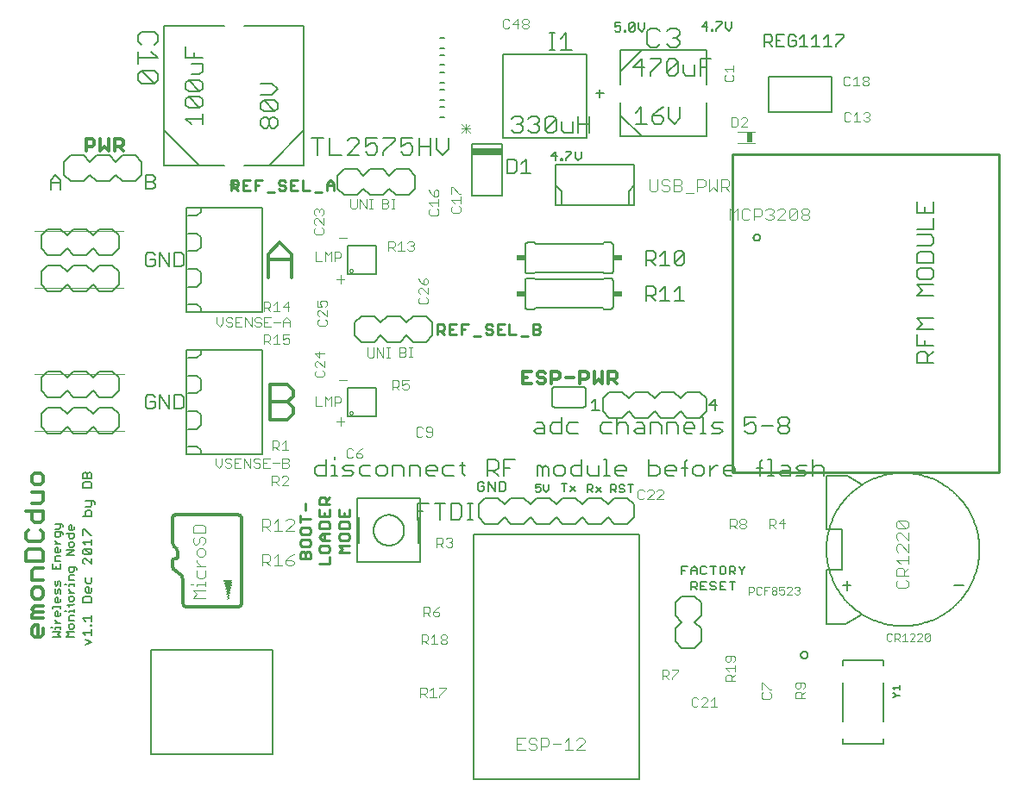
<source format=gto>
G75*
%MOIN*%
%OFA0B0*%
%FSLAX25Y25*%
%IPPOS*%
%LPD*%
%AMOC8*
5,1,8,0,0,1.08239X$1,22.5*
%
%ADD10C,0.00600*%
%ADD11C,0.01200*%
%ADD12C,0.00500*%
%ADD13C,0.00300*%
%ADD14C,0.00800*%
%ADD15C,0.00700*%
%ADD16R,0.25000X0.00200*%
%ADD17R,0.26000X0.00200*%
%ADD18R,0.26600X0.00200*%
%ADD19R,0.27000X0.00200*%
%ADD20R,0.27400X0.00200*%
%ADD21R,0.27600X0.00200*%
%ADD22R,0.01800X0.00200*%
%ADD23R,0.01600X0.00200*%
%ADD24R,0.01400X0.00200*%
%ADD25R,0.01200X0.00200*%
%ADD26R,0.02000X0.00200*%
%ADD27R,0.02400X0.00200*%
%ADD28R,0.02600X0.00200*%
%ADD29R,0.02200X0.00200*%
%ADD30R,0.03200X0.00200*%
%ADD31R,0.03000X0.00200*%
%ADD32R,0.02800X0.00200*%
%ADD33R,0.01000X0.00200*%
%ADD34R,0.00800X0.00200*%
%ADD35R,0.00600X0.00200*%
%ADD36R,0.00400X0.00200*%
%ADD37R,0.00200X0.00200*%
%ADD38R,0.23600X0.00200*%
%ADD39R,0.23200X0.00200*%
%ADD40R,0.23000X0.00200*%
%ADD41R,0.22600X0.00200*%
%ADD42R,0.22000X0.00200*%
%ADD43R,0.21200X0.00200*%
%ADD44C,0.00400*%
%ADD45C,0.01000*%
%ADD46R,0.02362X0.04331*%
%ADD47C,0.00000*%
%ADD48R,0.03400X0.02400*%
D10*
X0060091Y0110590D02*
X0062359Y0111725D01*
X0060091Y0112859D01*
X0060091Y0114274D02*
X0058957Y0115408D01*
X0062359Y0115408D01*
X0062359Y0114274D02*
X0062359Y0116542D01*
X0062359Y0117957D02*
X0062359Y0118524D01*
X0061792Y0118524D01*
X0061792Y0117957D01*
X0062359Y0117957D01*
X0062359Y0119798D02*
X0062359Y0122067D01*
X0062359Y0120933D02*
X0058957Y0120933D01*
X0060091Y0119798D01*
X0058957Y0127165D02*
X0058957Y0128866D01*
X0059524Y0129433D01*
X0061792Y0129433D01*
X0062359Y0128866D01*
X0062359Y0127165D01*
X0058957Y0127165D01*
X0060658Y0130848D02*
X0060091Y0131415D01*
X0060091Y0132549D01*
X0060658Y0133116D01*
X0061225Y0133116D01*
X0061225Y0130848D01*
X0061792Y0130848D02*
X0060658Y0130848D01*
X0061792Y0130848D02*
X0062359Y0131415D01*
X0062359Y0132549D01*
X0061792Y0134531D02*
X0062359Y0135098D01*
X0062359Y0136799D01*
X0060091Y0136799D02*
X0060091Y0135098D01*
X0060658Y0134531D01*
X0061792Y0134531D01*
X0062359Y0141897D02*
X0060091Y0144166D01*
X0059524Y0144166D01*
X0058957Y0143599D01*
X0058957Y0142464D01*
X0059524Y0141897D01*
X0062359Y0141897D02*
X0062359Y0144166D01*
X0061792Y0145580D02*
X0059524Y0147849D01*
X0061792Y0147849D01*
X0062359Y0147282D01*
X0062359Y0146147D01*
X0061792Y0145580D01*
X0059524Y0145580D01*
X0058957Y0146147D01*
X0058957Y0147282D01*
X0059524Y0147849D01*
X0060091Y0149263D02*
X0058957Y0150398D01*
X0062359Y0150398D01*
X0062359Y0151532D02*
X0062359Y0149263D01*
X0062359Y0152947D02*
X0061792Y0152947D01*
X0059524Y0155215D01*
X0058957Y0155215D01*
X0058957Y0152947D01*
X0058957Y0160313D02*
X0062359Y0160313D01*
X0062359Y0162014D01*
X0061792Y0162581D01*
X0060658Y0162581D01*
X0060091Y0162014D01*
X0060091Y0160313D01*
X0060091Y0163996D02*
X0061792Y0163996D01*
X0062359Y0164563D01*
X0062359Y0166265D01*
X0062927Y0166265D02*
X0063494Y0165697D01*
X0063494Y0165130D01*
X0062927Y0166265D02*
X0060091Y0166265D01*
X0058957Y0171362D02*
X0058957Y0173064D01*
X0059524Y0173631D01*
X0061792Y0173631D01*
X0062359Y0173064D01*
X0062359Y0171362D01*
X0058957Y0171362D01*
X0058957Y0175045D02*
X0058957Y0176747D01*
X0059524Y0177314D01*
X0060091Y0177314D01*
X0060658Y0176747D01*
X0060658Y0175045D01*
X0062359Y0175045D02*
X0062359Y0176747D01*
X0061792Y0177314D01*
X0061225Y0177314D01*
X0060658Y0176747D01*
X0062359Y0175045D02*
X0058957Y0175045D01*
X0148627Y0176962D02*
X0148627Y0179097D01*
X0149694Y0180164D01*
X0152897Y0180164D01*
X0152897Y0182300D02*
X0152897Y0175894D01*
X0149694Y0175894D01*
X0148627Y0176962D01*
X0155072Y0175894D02*
X0157207Y0175894D01*
X0156140Y0175894D02*
X0156140Y0180164D01*
X0155072Y0180164D01*
X0156140Y0182300D02*
X0156140Y0183367D01*
X0159369Y0179097D02*
X0160437Y0180164D01*
X0163640Y0180164D01*
X0162572Y0178029D02*
X0160437Y0178029D01*
X0159369Y0179097D01*
X0159369Y0175894D02*
X0162572Y0175894D01*
X0163640Y0176962D01*
X0162572Y0178029D01*
X0165815Y0176962D02*
X0166882Y0175894D01*
X0170085Y0175894D01*
X0172260Y0176962D02*
X0173328Y0175894D01*
X0175463Y0175894D01*
X0176531Y0176962D01*
X0176531Y0179097D01*
X0175463Y0180164D01*
X0173328Y0180164D01*
X0172260Y0179097D01*
X0172260Y0176962D01*
X0170085Y0180164D02*
X0166882Y0180164D01*
X0165815Y0179097D01*
X0165815Y0176962D01*
X0178706Y0175894D02*
X0178706Y0180164D01*
X0181908Y0180164D01*
X0182976Y0179097D01*
X0182976Y0175894D01*
X0185151Y0175894D02*
X0185151Y0180164D01*
X0188354Y0180164D01*
X0189422Y0179097D01*
X0189422Y0175894D01*
X0191597Y0176962D02*
X0191597Y0179097D01*
X0192664Y0180164D01*
X0194799Y0180164D01*
X0195867Y0179097D01*
X0195867Y0178029D01*
X0191597Y0178029D01*
X0191597Y0176962D02*
X0192664Y0175894D01*
X0194799Y0175894D01*
X0198042Y0176962D02*
X0198042Y0179097D01*
X0199110Y0180164D01*
X0202313Y0180164D01*
X0204488Y0180164D02*
X0206623Y0180164D01*
X0205555Y0181232D02*
X0205555Y0176962D01*
X0206623Y0175894D01*
X0202313Y0175894D02*
X0199110Y0175894D01*
X0198042Y0176962D01*
X0215230Y0178029D02*
X0218433Y0178029D01*
X0219501Y0179097D01*
X0219501Y0181232D01*
X0218433Y0182300D01*
X0215230Y0182300D01*
X0215230Y0175894D01*
X0217365Y0178029D02*
X0219501Y0175894D01*
X0221676Y0175894D02*
X0221676Y0182300D01*
X0225946Y0182300D01*
X0223811Y0179097D02*
X0221676Y0179097D01*
X0234567Y0180164D02*
X0234567Y0175894D01*
X0236702Y0175894D02*
X0236702Y0179097D01*
X0237769Y0180164D01*
X0238837Y0179097D01*
X0238837Y0175894D01*
X0241012Y0176962D02*
X0241012Y0179097D01*
X0242080Y0180164D01*
X0244215Y0180164D01*
X0245283Y0179097D01*
X0245283Y0176962D01*
X0244215Y0175894D01*
X0242080Y0175894D01*
X0241012Y0176962D01*
X0236702Y0179097D02*
X0235634Y0180164D01*
X0234567Y0180164D01*
X0247458Y0179097D02*
X0247458Y0176962D01*
X0248525Y0175894D01*
X0251728Y0175894D01*
X0251728Y0182300D01*
X0251728Y0180164D02*
X0248525Y0180164D01*
X0247458Y0179097D01*
X0253903Y0180164D02*
X0253903Y0176962D01*
X0254971Y0175894D01*
X0258174Y0175894D01*
X0258174Y0180164D01*
X0260349Y0182300D02*
X0261416Y0182300D01*
X0261416Y0175894D01*
X0260349Y0175894D02*
X0262484Y0175894D01*
X0264646Y0176962D02*
X0264646Y0179097D01*
X0265713Y0180164D01*
X0267848Y0180164D01*
X0268916Y0179097D01*
X0268916Y0178029D01*
X0264646Y0178029D01*
X0264646Y0176962D02*
X0265713Y0175894D01*
X0267848Y0175894D01*
X0277537Y0175894D02*
X0277537Y0182300D01*
X0277537Y0180164D02*
X0280739Y0180164D01*
X0281807Y0179097D01*
X0281807Y0176962D01*
X0280739Y0175894D01*
X0277537Y0175894D01*
X0283982Y0176962D02*
X0283982Y0179097D01*
X0285050Y0180164D01*
X0287185Y0180164D01*
X0288253Y0179097D01*
X0288253Y0178029D01*
X0283982Y0178029D01*
X0283982Y0176962D02*
X0285050Y0175894D01*
X0287185Y0175894D01*
X0291495Y0175894D02*
X0291495Y0181232D01*
X0292563Y0182300D01*
X0292563Y0179097D02*
X0290428Y0179097D01*
X0294725Y0179097D02*
X0294725Y0176962D01*
X0295792Y0175894D01*
X0297927Y0175894D01*
X0298995Y0176962D01*
X0298995Y0179097D01*
X0297927Y0180164D01*
X0295792Y0180164D01*
X0294725Y0179097D01*
X0301170Y0180164D02*
X0301170Y0175894D01*
X0301170Y0178029D02*
X0303305Y0180164D01*
X0304373Y0180164D01*
X0306541Y0179097D02*
X0307609Y0180164D01*
X0309744Y0180164D01*
X0310812Y0179097D01*
X0310812Y0178029D01*
X0306541Y0178029D01*
X0306541Y0176962D02*
X0306541Y0179097D01*
X0306541Y0176962D02*
X0307609Y0175894D01*
X0309744Y0175894D01*
X0319432Y0179097D02*
X0321568Y0179097D01*
X0320500Y0181232D02*
X0321568Y0182300D01*
X0320500Y0181232D02*
X0320500Y0175894D01*
X0323729Y0175894D02*
X0325865Y0175894D01*
X0324797Y0175894D02*
X0324797Y0182300D01*
X0323729Y0182300D01*
X0329094Y0180164D02*
X0331229Y0180164D01*
X0332297Y0179097D01*
X0332297Y0175894D01*
X0329094Y0175894D01*
X0328026Y0176962D01*
X0329094Y0178029D01*
X0332297Y0178029D01*
X0334472Y0179097D02*
X0335540Y0178029D01*
X0337675Y0178029D01*
X0338742Y0176962D01*
X0337675Y0175894D01*
X0334472Y0175894D01*
X0334472Y0179097D02*
X0335540Y0180164D01*
X0338742Y0180164D01*
X0340917Y0179097D02*
X0341985Y0180164D01*
X0344120Y0180164D01*
X0345188Y0179097D01*
X0345188Y0175894D01*
X0340917Y0175894D02*
X0340917Y0182300D01*
X0330863Y0192331D02*
X0328728Y0192331D01*
X0327661Y0193399D01*
X0327661Y0194466D01*
X0328728Y0195534D01*
X0330863Y0195534D01*
X0331931Y0194466D01*
X0331931Y0193399D01*
X0330863Y0192331D01*
X0330863Y0195534D02*
X0331931Y0196602D01*
X0331931Y0197669D01*
X0330863Y0198737D01*
X0328728Y0198737D01*
X0327661Y0197669D01*
X0327661Y0196602D01*
X0328728Y0195534D01*
X0325486Y0195534D02*
X0321215Y0195534D01*
X0319040Y0195534D02*
X0319040Y0193399D01*
X0317972Y0192331D01*
X0315837Y0192331D01*
X0314770Y0193399D01*
X0314770Y0195534D02*
X0316905Y0196602D01*
X0317972Y0196602D01*
X0319040Y0195534D01*
X0319040Y0198737D02*
X0314770Y0198737D01*
X0314770Y0195534D01*
X0306149Y0196602D02*
X0302946Y0196602D01*
X0301879Y0195534D01*
X0302946Y0194466D01*
X0305081Y0194466D01*
X0306149Y0193399D01*
X0305081Y0192331D01*
X0301879Y0192331D01*
X0299717Y0192331D02*
X0297582Y0192331D01*
X0298649Y0192331D02*
X0298649Y0198737D01*
X0297582Y0198737D01*
X0297327Y0198531D02*
X0292327Y0198531D01*
X0289827Y0201031D01*
X0287327Y0198531D01*
X0282327Y0198531D01*
X0279827Y0201031D01*
X0277327Y0198531D01*
X0272327Y0198531D01*
X0269827Y0201031D01*
X0267327Y0198531D01*
X0262327Y0198531D01*
X0259827Y0201031D01*
X0259827Y0206031D01*
X0262327Y0208531D01*
X0267327Y0208531D01*
X0269827Y0206031D01*
X0272327Y0208531D01*
X0277327Y0208531D01*
X0279827Y0206031D01*
X0282327Y0208531D01*
X0287327Y0208531D01*
X0289827Y0206031D01*
X0292327Y0208531D01*
X0297327Y0208531D01*
X0299827Y0206031D01*
X0299827Y0201031D01*
X0297327Y0198531D01*
X0294339Y0196602D02*
X0295407Y0195534D01*
X0295407Y0194466D01*
X0291136Y0194466D01*
X0291136Y0193399D02*
X0291136Y0195534D01*
X0292204Y0196602D01*
X0294339Y0196602D01*
X0294339Y0192331D02*
X0292204Y0192331D01*
X0291136Y0193399D01*
X0288961Y0192331D02*
X0288961Y0195534D01*
X0287893Y0196602D01*
X0284691Y0196602D01*
X0284691Y0192331D01*
X0282516Y0192331D02*
X0282516Y0195534D01*
X0281448Y0196602D01*
X0278245Y0196602D01*
X0278245Y0192331D01*
X0276070Y0192331D02*
X0272867Y0192331D01*
X0271800Y0193399D01*
X0272867Y0194466D01*
X0276070Y0194466D01*
X0276070Y0195534D02*
X0276070Y0192331D01*
X0276070Y0195534D02*
X0275002Y0196602D01*
X0272867Y0196602D01*
X0269625Y0195534D02*
X0269625Y0192331D01*
X0269625Y0195534D02*
X0268557Y0196602D01*
X0266422Y0196602D01*
X0265354Y0195534D01*
X0263179Y0196602D02*
X0259976Y0196602D01*
X0258909Y0195534D01*
X0258909Y0193399D01*
X0259976Y0192331D01*
X0263179Y0192331D01*
X0265354Y0192331D02*
X0265354Y0198737D01*
X0253327Y0203531D02*
X0253327Y0209531D01*
X0253325Y0209591D01*
X0253320Y0209652D01*
X0253311Y0209711D01*
X0253298Y0209770D01*
X0253282Y0209829D01*
X0253262Y0209886D01*
X0253239Y0209941D01*
X0253212Y0209996D01*
X0253183Y0210048D01*
X0253150Y0210099D01*
X0253114Y0210148D01*
X0253076Y0210194D01*
X0253034Y0210238D01*
X0252990Y0210280D01*
X0252944Y0210318D01*
X0252895Y0210354D01*
X0252844Y0210387D01*
X0252792Y0210416D01*
X0252737Y0210443D01*
X0252682Y0210466D01*
X0252625Y0210486D01*
X0252566Y0210502D01*
X0252507Y0210515D01*
X0252448Y0210524D01*
X0252387Y0210529D01*
X0252327Y0210531D01*
X0241327Y0210531D01*
X0241267Y0210529D01*
X0241206Y0210524D01*
X0241147Y0210515D01*
X0241088Y0210502D01*
X0241029Y0210486D01*
X0240972Y0210466D01*
X0240917Y0210443D01*
X0240862Y0210416D01*
X0240810Y0210387D01*
X0240759Y0210354D01*
X0240710Y0210318D01*
X0240664Y0210280D01*
X0240620Y0210238D01*
X0240578Y0210194D01*
X0240540Y0210148D01*
X0240504Y0210099D01*
X0240471Y0210048D01*
X0240442Y0209996D01*
X0240415Y0209941D01*
X0240392Y0209886D01*
X0240372Y0209829D01*
X0240356Y0209770D01*
X0240343Y0209711D01*
X0240334Y0209652D01*
X0240329Y0209591D01*
X0240327Y0209531D01*
X0240327Y0203531D01*
X0240329Y0203471D01*
X0240334Y0203410D01*
X0240343Y0203351D01*
X0240356Y0203292D01*
X0240372Y0203233D01*
X0240392Y0203176D01*
X0240415Y0203121D01*
X0240442Y0203066D01*
X0240471Y0203014D01*
X0240504Y0202963D01*
X0240540Y0202914D01*
X0240578Y0202868D01*
X0240620Y0202824D01*
X0240664Y0202782D01*
X0240710Y0202744D01*
X0240759Y0202708D01*
X0240810Y0202675D01*
X0240862Y0202646D01*
X0240917Y0202619D01*
X0240972Y0202596D01*
X0241029Y0202576D01*
X0241088Y0202560D01*
X0241147Y0202547D01*
X0241206Y0202538D01*
X0241267Y0202533D01*
X0241327Y0202531D01*
X0252327Y0202531D01*
X0252387Y0202533D01*
X0252448Y0202538D01*
X0252507Y0202547D01*
X0252566Y0202560D01*
X0252625Y0202576D01*
X0252682Y0202596D01*
X0252737Y0202619D01*
X0252792Y0202646D01*
X0252844Y0202675D01*
X0252895Y0202708D01*
X0252944Y0202744D01*
X0252990Y0202782D01*
X0253034Y0202824D01*
X0253076Y0202868D01*
X0253114Y0202914D01*
X0253150Y0202963D01*
X0253183Y0203014D01*
X0253212Y0203066D01*
X0253239Y0203121D01*
X0253262Y0203176D01*
X0253282Y0203233D01*
X0253298Y0203292D01*
X0253311Y0203351D01*
X0253320Y0203410D01*
X0253325Y0203471D01*
X0253327Y0203531D01*
X0243843Y0198737D02*
X0243843Y0192331D01*
X0240640Y0192331D01*
X0239572Y0193399D01*
X0239572Y0195534D01*
X0240640Y0196602D01*
X0243843Y0196602D01*
X0246018Y0195534D02*
X0246018Y0193399D01*
X0247085Y0192331D01*
X0250288Y0192331D01*
X0250288Y0196602D02*
X0247085Y0196602D01*
X0246018Y0195534D01*
X0237397Y0195534D02*
X0237397Y0192331D01*
X0234194Y0192331D01*
X0233127Y0193399D01*
X0234194Y0194466D01*
X0237397Y0194466D01*
X0237397Y0195534D02*
X0236330Y0196602D01*
X0234194Y0196602D01*
X0234327Y0167531D02*
X0231827Y0165031D01*
X0229327Y0167531D01*
X0224327Y0167531D01*
X0221827Y0165031D01*
X0219327Y0167531D01*
X0214327Y0167531D01*
X0211827Y0165031D01*
X0211827Y0160031D01*
X0214327Y0157531D01*
X0219327Y0157531D01*
X0221827Y0160031D01*
X0224327Y0157531D01*
X0229327Y0157531D01*
X0231827Y0160031D01*
X0234327Y0157531D01*
X0239327Y0157531D01*
X0241827Y0160031D01*
X0244327Y0157531D01*
X0249327Y0157531D01*
X0251827Y0160031D01*
X0254327Y0157531D01*
X0259327Y0157531D01*
X0261827Y0160031D01*
X0264327Y0157531D01*
X0269327Y0157531D01*
X0271827Y0160031D01*
X0271827Y0165031D01*
X0269327Y0167531D01*
X0264327Y0167531D01*
X0261827Y0165031D01*
X0259327Y0167531D01*
X0254327Y0167531D01*
X0251827Y0165031D01*
X0249327Y0167531D01*
X0244327Y0167531D01*
X0241827Y0165031D01*
X0239327Y0167531D01*
X0234327Y0167531D01*
X0374491Y0094988D02*
X0374491Y0093253D01*
X0374491Y0094121D02*
X0371888Y0094121D01*
X0372756Y0093253D01*
X0372322Y0092041D02*
X0371888Y0092041D01*
X0372322Y0092041D02*
X0373190Y0091174D01*
X0374491Y0091174D01*
X0373190Y0091174D02*
X0372322Y0090307D01*
X0371888Y0090307D01*
X0381121Y0219831D02*
X0381121Y0223034D01*
X0382189Y0224102D01*
X0384324Y0224102D01*
X0385392Y0223034D01*
X0385392Y0219831D01*
X0387527Y0219831D02*
X0381121Y0219831D01*
X0385392Y0221966D02*
X0387527Y0224102D01*
X0387527Y0226277D02*
X0381121Y0226277D01*
X0381121Y0230547D01*
X0381121Y0232722D02*
X0383256Y0234857D01*
X0381121Y0236993D01*
X0387527Y0236993D01*
X0387527Y0232722D02*
X0381121Y0232722D01*
X0384324Y0228412D02*
X0384324Y0226277D01*
X0381121Y0245613D02*
X0383256Y0247748D01*
X0381121Y0249884D01*
X0387527Y0249884D01*
X0386459Y0252059D02*
X0387527Y0253126D01*
X0387527Y0255262D01*
X0386459Y0256329D01*
X0382189Y0256329D01*
X0381121Y0255262D01*
X0381121Y0253126D01*
X0382189Y0252059D01*
X0386459Y0252059D01*
X0387527Y0258504D02*
X0381121Y0258504D01*
X0381121Y0261707D01*
X0382189Y0262775D01*
X0386459Y0262775D01*
X0387527Y0261707D01*
X0387527Y0258504D01*
X0386459Y0264950D02*
X0381121Y0264950D01*
X0381121Y0269220D02*
X0386459Y0269220D01*
X0387527Y0268153D01*
X0387527Y0266017D01*
X0386459Y0264950D01*
X0387527Y0271395D02*
X0381121Y0271395D01*
X0387527Y0271395D02*
X0387527Y0275666D01*
X0387527Y0277841D02*
X0381121Y0277841D01*
X0381121Y0282111D01*
X0384324Y0279976D02*
X0384324Y0277841D01*
X0387527Y0277841D02*
X0387527Y0282111D01*
X0348437Y0316716D02*
X0323839Y0316716D01*
X0323839Y0330338D01*
X0348437Y0330338D01*
X0348437Y0316716D01*
X0300027Y0320431D02*
X0300027Y0307231D01*
X0266627Y0307231D01*
X0266627Y0315531D01*
X0274927Y0307231D01*
X0274687Y0312138D02*
X0274687Y0318544D01*
X0272552Y0316409D01*
X0272552Y0312138D02*
X0276822Y0312138D01*
X0278997Y0313206D02*
X0280065Y0312138D01*
X0282200Y0312138D01*
X0283268Y0313206D01*
X0283268Y0314274D01*
X0282200Y0315341D01*
X0278997Y0315341D01*
X0278997Y0313206D01*
X0278997Y0315341D02*
X0281133Y0317476D01*
X0283268Y0318544D01*
X0285443Y0318544D02*
X0285443Y0314274D01*
X0287578Y0312138D01*
X0289713Y0314274D01*
X0289713Y0318544D01*
X0300027Y0327431D02*
X0300027Y0340631D01*
X0266627Y0340631D01*
X0266627Y0327431D01*
X0260127Y0323931D02*
X0257127Y0323931D01*
X0258627Y0325431D02*
X0258627Y0322431D01*
X0266627Y0320431D02*
X0266627Y0315531D01*
X0254691Y0315197D02*
X0254691Y0308792D01*
X0254691Y0311995D02*
X0250421Y0311995D01*
X0248245Y0313062D02*
X0248245Y0308792D01*
X0245043Y0308792D01*
X0243975Y0309860D01*
X0243975Y0313062D01*
X0241800Y0314130D02*
X0237530Y0309860D01*
X0238597Y0308792D01*
X0240732Y0308792D01*
X0241800Y0309860D01*
X0241800Y0314130D01*
X0240732Y0315197D01*
X0238597Y0315197D01*
X0237530Y0314130D01*
X0237530Y0309860D01*
X0235354Y0309860D02*
X0234287Y0308792D01*
X0232152Y0308792D01*
X0231084Y0309860D01*
X0228909Y0309860D02*
X0227841Y0308792D01*
X0225706Y0308792D01*
X0224639Y0309860D01*
X0226774Y0311995D02*
X0227841Y0311995D01*
X0228909Y0310927D01*
X0228909Y0309860D01*
X0227841Y0311995D02*
X0228909Y0313062D01*
X0228909Y0314130D01*
X0227841Y0315197D01*
X0225706Y0315197D01*
X0224639Y0314130D01*
X0231084Y0314130D02*
X0232152Y0315197D01*
X0234287Y0315197D01*
X0235354Y0314130D01*
X0235354Y0313062D01*
X0234287Y0311995D01*
X0235354Y0310927D01*
X0235354Y0309860D01*
X0234287Y0311995D02*
X0233219Y0311995D01*
X0241682Y0301417D02*
X0239980Y0299715D01*
X0242249Y0299715D01*
X0241682Y0298014D02*
X0241682Y0301417D01*
X0243663Y0298581D02*
X0244230Y0298581D01*
X0244230Y0298014D01*
X0243663Y0298014D01*
X0243663Y0298581D01*
X0245505Y0298581D02*
X0245505Y0298014D01*
X0245505Y0298581D02*
X0247773Y0300850D01*
X0247773Y0301417D01*
X0245505Y0301417D01*
X0249188Y0301417D02*
X0249188Y0299148D01*
X0250322Y0298014D01*
X0251457Y0299148D01*
X0251457Y0301417D01*
X0250421Y0308792D02*
X0250421Y0315197D01*
X0274889Y0330839D02*
X0274889Y0337245D01*
X0271686Y0334042D01*
X0275956Y0334042D01*
X0278131Y0331907D02*
X0278131Y0330839D01*
X0278131Y0331907D02*
X0282402Y0336177D01*
X0282402Y0337245D01*
X0278131Y0337245D01*
X0274927Y0340631D02*
X0266627Y0332331D01*
X0247794Y0340831D02*
X0243524Y0340831D01*
X0245659Y0340831D02*
X0245659Y0347237D01*
X0243524Y0345102D01*
X0241362Y0347237D02*
X0239227Y0347237D01*
X0240294Y0347237D02*
X0240294Y0340831D01*
X0239227Y0340831D02*
X0241362Y0340831D01*
X0264467Y0348421D02*
X0265034Y0347854D01*
X0266168Y0347854D01*
X0266736Y0348421D01*
X0266736Y0349556D01*
X0266168Y0350123D01*
X0265601Y0350123D01*
X0264467Y0349556D01*
X0264467Y0351257D01*
X0266736Y0351257D01*
X0268150Y0348421D02*
X0268717Y0348421D01*
X0268717Y0347854D01*
X0268150Y0347854D01*
X0268150Y0348421D01*
X0269992Y0348421D02*
X0272260Y0350690D01*
X0272260Y0348421D01*
X0271693Y0347854D01*
X0270559Y0347854D01*
X0269992Y0348421D01*
X0269992Y0350690D01*
X0270559Y0351257D01*
X0271693Y0351257D01*
X0272260Y0350690D01*
X0273675Y0351257D02*
X0273675Y0348988D01*
X0274809Y0347854D01*
X0275943Y0348988D01*
X0275943Y0351257D01*
X0298167Y0349856D02*
X0300436Y0349856D01*
X0299868Y0351557D02*
X0298167Y0349856D01*
X0299868Y0351557D02*
X0299868Y0348154D01*
X0301850Y0348154D02*
X0302417Y0348154D01*
X0302417Y0348721D01*
X0301850Y0348721D01*
X0301850Y0348154D01*
X0303692Y0348154D02*
X0303692Y0348721D01*
X0305960Y0350990D01*
X0305960Y0351557D01*
X0303692Y0351557D01*
X0307375Y0351557D02*
X0307375Y0349288D01*
X0308509Y0348154D01*
X0309643Y0349288D01*
X0309643Y0351557D01*
X0301738Y0337245D02*
X0297468Y0337245D01*
X0297468Y0330839D01*
X0295293Y0330839D02*
X0295293Y0335110D01*
X0297468Y0334042D02*
X0299603Y0334042D01*
X0295293Y0330839D02*
X0292090Y0330839D01*
X0291022Y0331907D01*
X0291022Y0335110D01*
X0288847Y0336177D02*
X0284577Y0331907D01*
X0285644Y0330839D01*
X0287780Y0330839D01*
X0288847Y0331907D01*
X0288847Y0336177D01*
X0287780Y0337245D01*
X0285644Y0337245D01*
X0284577Y0336177D01*
X0284577Y0331907D01*
X0198702Y0332090D02*
X0197102Y0332090D01*
X0197102Y0334890D02*
X0198702Y0334890D01*
X0198702Y0338690D02*
X0197102Y0338690D01*
X0197102Y0341490D02*
X0198702Y0341490D01*
X0198702Y0345490D02*
X0197102Y0345490D01*
X0197102Y0328090D02*
X0198702Y0328090D01*
X0198702Y0325290D02*
X0197102Y0325290D01*
X0197102Y0321490D02*
X0198702Y0321490D01*
X0198702Y0318690D02*
X0197102Y0318690D01*
X0197102Y0314690D02*
X0198702Y0314690D01*
X0144426Y0309596D02*
X0130926Y0296096D01*
X0144426Y0296096D01*
X0144426Y0350096D01*
X0121126Y0350096D01*
X0113726Y0350096D02*
X0090426Y0350096D01*
X0090426Y0296096D01*
X0113726Y0296096D01*
X0121126Y0296096D02*
X0130926Y0296096D01*
X0118926Y0288596D02*
X0115926Y0288596D01*
X0117426Y0290096D02*
X0117426Y0287096D01*
X0103926Y0296096D02*
X0090426Y0309596D01*
X0098735Y0314037D02*
X0105141Y0314037D01*
X0105141Y0311902D02*
X0105141Y0316173D01*
X0104073Y0318348D02*
X0099803Y0322618D01*
X0104073Y0322618D01*
X0105141Y0321550D01*
X0105141Y0319415D01*
X0104073Y0318348D01*
X0099803Y0318348D01*
X0098735Y0319415D01*
X0098735Y0321550D01*
X0099803Y0322618D01*
X0099803Y0324793D02*
X0098735Y0325861D01*
X0098735Y0327996D01*
X0099803Y0329063D01*
X0104073Y0324793D01*
X0105141Y0325861D01*
X0105141Y0327996D01*
X0104073Y0329063D01*
X0099803Y0329063D01*
X0100871Y0331239D02*
X0104073Y0331239D01*
X0105141Y0332306D01*
X0105141Y0335509D01*
X0100871Y0335509D01*
X0101938Y0337684D02*
X0101938Y0339819D01*
X0098735Y0337684D02*
X0098735Y0341954D01*
X0098735Y0337684D02*
X0105141Y0337684D01*
X0104073Y0324793D02*
X0099803Y0324793D01*
X0098735Y0314037D02*
X0100871Y0311902D01*
X0127751Y0311592D02*
X0127751Y0313727D01*
X0128819Y0314795D01*
X0129886Y0314795D01*
X0130954Y0313727D01*
X0130954Y0311592D01*
X0129886Y0310524D01*
X0128819Y0310524D01*
X0127751Y0311592D01*
X0130954Y0311592D02*
X0132022Y0310524D01*
X0133089Y0310524D01*
X0134157Y0311592D01*
X0134157Y0313727D01*
X0133089Y0314795D01*
X0132022Y0314795D01*
X0130954Y0313727D01*
X0133089Y0316970D02*
X0128819Y0321240D01*
X0133089Y0321240D01*
X0134157Y0320172D01*
X0134157Y0318037D01*
X0133089Y0316970D01*
X0128819Y0316970D01*
X0127751Y0318037D01*
X0127751Y0320172D01*
X0128819Y0321240D01*
X0127751Y0323415D02*
X0132022Y0323415D01*
X0134157Y0325550D01*
X0132022Y0327686D01*
X0127751Y0327686D01*
X0230834Y0266256D02*
X0233334Y0266256D01*
X0233834Y0265756D01*
X0259834Y0265756D01*
X0260334Y0266256D01*
X0262834Y0266256D01*
X0262894Y0266254D01*
X0262955Y0266249D01*
X0263014Y0266240D01*
X0263073Y0266227D01*
X0263132Y0266211D01*
X0263189Y0266191D01*
X0263244Y0266168D01*
X0263299Y0266141D01*
X0263351Y0266112D01*
X0263402Y0266079D01*
X0263451Y0266043D01*
X0263497Y0266005D01*
X0263541Y0265963D01*
X0263583Y0265919D01*
X0263621Y0265873D01*
X0263657Y0265824D01*
X0263690Y0265773D01*
X0263719Y0265721D01*
X0263746Y0265666D01*
X0263769Y0265611D01*
X0263789Y0265554D01*
X0263805Y0265495D01*
X0263818Y0265436D01*
X0263827Y0265377D01*
X0263832Y0265316D01*
X0263834Y0265256D01*
X0263834Y0255256D01*
X0263832Y0255196D01*
X0263827Y0255135D01*
X0263818Y0255076D01*
X0263805Y0255017D01*
X0263789Y0254958D01*
X0263769Y0254901D01*
X0263746Y0254846D01*
X0263719Y0254791D01*
X0263690Y0254739D01*
X0263657Y0254688D01*
X0263621Y0254639D01*
X0263583Y0254593D01*
X0263541Y0254549D01*
X0263497Y0254507D01*
X0263451Y0254469D01*
X0263402Y0254433D01*
X0263351Y0254400D01*
X0263299Y0254371D01*
X0263244Y0254344D01*
X0263189Y0254321D01*
X0263132Y0254301D01*
X0263073Y0254285D01*
X0263014Y0254272D01*
X0262955Y0254263D01*
X0262894Y0254258D01*
X0262834Y0254256D01*
X0260334Y0254256D01*
X0259834Y0254756D01*
X0233834Y0254756D01*
X0233334Y0254256D01*
X0230834Y0254256D01*
X0230774Y0254258D01*
X0230713Y0254263D01*
X0230654Y0254272D01*
X0230595Y0254285D01*
X0230536Y0254301D01*
X0230479Y0254321D01*
X0230424Y0254344D01*
X0230369Y0254371D01*
X0230317Y0254400D01*
X0230266Y0254433D01*
X0230217Y0254469D01*
X0230171Y0254507D01*
X0230127Y0254549D01*
X0230085Y0254593D01*
X0230047Y0254639D01*
X0230011Y0254688D01*
X0229978Y0254739D01*
X0229949Y0254791D01*
X0229922Y0254846D01*
X0229899Y0254901D01*
X0229879Y0254958D01*
X0229863Y0255017D01*
X0229850Y0255076D01*
X0229841Y0255135D01*
X0229836Y0255196D01*
X0229834Y0255256D01*
X0229834Y0265256D01*
X0229836Y0265316D01*
X0229841Y0265377D01*
X0229850Y0265436D01*
X0229863Y0265495D01*
X0229879Y0265554D01*
X0229899Y0265611D01*
X0229922Y0265666D01*
X0229949Y0265721D01*
X0229978Y0265773D01*
X0230011Y0265824D01*
X0230047Y0265873D01*
X0230085Y0265919D01*
X0230127Y0265963D01*
X0230171Y0266005D01*
X0230217Y0266043D01*
X0230266Y0266079D01*
X0230317Y0266112D01*
X0230369Y0266141D01*
X0230424Y0266168D01*
X0230479Y0266191D01*
X0230536Y0266211D01*
X0230595Y0266227D01*
X0230654Y0266240D01*
X0230713Y0266249D01*
X0230774Y0266254D01*
X0230834Y0266256D01*
X0230827Y0252531D02*
X0233327Y0252531D01*
X0233827Y0252031D01*
X0259827Y0252031D01*
X0260327Y0252531D01*
X0262827Y0252531D01*
X0262887Y0252529D01*
X0262948Y0252524D01*
X0263007Y0252515D01*
X0263066Y0252502D01*
X0263125Y0252486D01*
X0263182Y0252466D01*
X0263237Y0252443D01*
X0263292Y0252416D01*
X0263344Y0252387D01*
X0263395Y0252354D01*
X0263444Y0252318D01*
X0263490Y0252280D01*
X0263534Y0252238D01*
X0263576Y0252194D01*
X0263614Y0252148D01*
X0263650Y0252099D01*
X0263683Y0252048D01*
X0263712Y0251996D01*
X0263739Y0251941D01*
X0263762Y0251886D01*
X0263782Y0251829D01*
X0263798Y0251770D01*
X0263811Y0251711D01*
X0263820Y0251652D01*
X0263825Y0251591D01*
X0263827Y0251531D01*
X0263827Y0241531D01*
X0263825Y0241471D01*
X0263820Y0241410D01*
X0263811Y0241351D01*
X0263798Y0241292D01*
X0263782Y0241233D01*
X0263762Y0241176D01*
X0263739Y0241121D01*
X0263712Y0241066D01*
X0263683Y0241014D01*
X0263650Y0240963D01*
X0263614Y0240914D01*
X0263576Y0240868D01*
X0263534Y0240824D01*
X0263490Y0240782D01*
X0263444Y0240744D01*
X0263395Y0240708D01*
X0263344Y0240675D01*
X0263292Y0240646D01*
X0263237Y0240619D01*
X0263182Y0240596D01*
X0263125Y0240576D01*
X0263066Y0240560D01*
X0263007Y0240547D01*
X0262948Y0240538D01*
X0262887Y0240533D01*
X0262827Y0240531D01*
X0260327Y0240531D01*
X0259827Y0241031D01*
X0233827Y0241031D01*
X0233327Y0240531D01*
X0230827Y0240531D01*
X0230767Y0240533D01*
X0230706Y0240538D01*
X0230647Y0240547D01*
X0230588Y0240560D01*
X0230529Y0240576D01*
X0230472Y0240596D01*
X0230417Y0240619D01*
X0230362Y0240646D01*
X0230310Y0240675D01*
X0230259Y0240708D01*
X0230210Y0240744D01*
X0230164Y0240782D01*
X0230120Y0240824D01*
X0230078Y0240868D01*
X0230040Y0240914D01*
X0230004Y0240963D01*
X0229971Y0241014D01*
X0229942Y0241066D01*
X0229915Y0241121D01*
X0229892Y0241176D01*
X0229872Y0241233D01*
X0229856Y0241292D01*
X0229843Y0241351D01*
X0229834Y0241410D01*
X0229829Y0241471D01*
X0229827Y0241531D01*
X0229827Y0251531D01*
X0229829Y0251591D01*
X0229834Y0251652D01*
X0229843Y0251711D01*
X0229856Y0251770D01*
X0229872Y0251829D01*
X0229892Y0251886D01*
X0229915Y0251941D01*
X0229942Y0251996D01*
X0229971Y0252048D01*
X0230004Y0252099D01*
X0230040Y0252148D01*
X0230078Y0252194D01*
X0230120Y0252238D01*
X0230164Y0252280D01*
X0230210Y0252318D01*
X0230259Y0252354D01*
X0230310Y0252387D01*
X0230362Y0252416D01*
X0230417Y0252443D01*
X0230472Y0252466D01*
X0230529Y0252486D01*
X0230588Y0252502D01*
X0230647Y0252515D01*
X0230706Y0252524D01*
X0230767Y0252529D01*
X0230827Y0252531D01*
X0381121Y0245613D02*
X0387527Y0245613D01*
D11*
X0265278Y0215635D02*
X0265278Y0214033D01*
X0264477Y0213233D01*
X0262075Y0213233D01*
X0263676Y0213233D02*
X0265278Y0211631D01*
X0262075Y0211631D02*
X0262075Y0216435D01*
X0264477Y0216435D01*
X0265278Y0215635D01*
X0259753Y0216435D02*
X0259753Y0211631D01*
X0258152Y0213233D01*
X0256550Y0211631D01*
X0256550Y0216435D01*
X0254228Y0215635D02*
X0254228Y0214033D01*
X0253428Y0213233D01*
X0251026Y0213233D01*
X0251026Y0211631D02*
X0251026Y0216435D01*
X0253428Y0216435D01*
X0254228Y0215635D01*
X0248704Y0214033D02*
X0245501Y0214033D01*
X0243179Y0214033D02*
X0242378Y0213233D01*
X0239976Y0213233D01*
X0239976Y0211631D02*
X0239976Y0216435D01*
X0242378Y0216435D01*
X0243179Y0215635D01*
X0243179Y0214033D01*
X0237654Y0213233D02*
X0237654Y0212432D01*
X0236854Y0211631D01*
X0235252Y0211631D01*
X0234451Y0212432D01*
X0235252Y0214033D02*
X0236854Y0214033D01*
X0237654Y0213233D01*
X0237654Y0215635D02*
X0236854Y0216435D01*
X0235252Y0216435D01*
X0234451Y0215635D01*
X0234451Y0214834D01*
X0235252Y0214033D01*
X0232130Y0211631D02*
X0228927Y0211631D01*
X0228927Y0216435D01*
X0232130Y0216435D01*
X0230528Y0214033D02*
X0228927Y0214033D01*
X0140410Y0209141D02*
X0140410Y0206839D01*
X0138108Y0204537D01*
X0131203Y0204537D01*
X0138108Y0204537D02*
X0140410Y0202235D01*
X0140410Y0199933D01*
X0138108Y0197631D01*
X0131203Y0197631D01*
X0131203Y0211443D01*
X0138108Y0211443D01*
X0140410Y0209141D01*
X0139711Y0252631D02*
X0139711Y0261839D01*
X0135107Y0266443D01*
X0130503Y0261839D01*
X0130503Y0252631D01*
X0130503Y0259537D02*
X0139711Y0259537D01*
X0074469Y0301713D02*
X0072868Y0303315D01*
X0073669Y0303315D02*
X0071267Y0303315D01*
X0071267Y0301713D02*
X0071267Y0306517D01*
X0073669Y0306517D01*
X0074469Y0305717D01*
X0074469Y0304115D01*
X0073669Y0303315D01*
X0068945Y0301713D02*
X0068945Y0306517D01*
X0065742Y0306517D02*
X0065742Y0301713D01*
X0067343Y0303315D01*
X0068945Y0301713D01*
X0063420Y0304115D02*
X0062619Y0303315D01*
X0060217Y0303315D01*
X0060217Y0301713D02*
X0060217Y0306517D01*
X0062619Y0306517D01*
X0063420Y0305717D01*
X0063420Y0304115D01*
X0042648Y0177175D02*
X0040379Y0177175D01*
X0039245Y0176041D01*
X0039245Y0173772D01*
X0040379Y0172638D01*
X0042648Y0172638D01*
X0043782Y0173772D01*
X0043782Y0176041D01*
X0042648Y0177175D01*
X0043782Y0169809D02*
X0039245Y0169809D01*
X0043782Y0169809D02*
X0043782Y0166406D01*
X0042648Y0165272D01*
X0039245Y0165272D01*
X0039245Y0162443D02*
X0039245Y0159040D01*
X0040379Y0157905D01*
X0042648Y0157905D01*
X0043782Y0159040D01*
X0043782Y0162443D01*
X0036976Y0162443D01*
X0038110Y0155076D02*
X0036976Y0153942D01*
X0036976Y0151673D01*
X0038110Y0150539D01*
X0042648Y0150539D01*
X0043782Y0151673D01*
X0043782Y0153942D01*
X0042648Y0155076D01*
X0042648Y0147710D02*
X0038110Y0147710D01*
X0036976Y0146576D01*
X0036976Y0143173D01*
X0043782Y0143173D01*
X0043782Y0146576D01*
X0042648Y0147710D01*
X0043782Y0140344D02*
X0040379Y0140344D01*
X0039245Y0139209D01*
X0039245Y0135807D01*
X0043782Y0135807D01*
X0042648Y0132977D02*
X0040379Y0132977D01*
X0039245Y0131843D01*
X0039245Y0129575D01*
X0040379Y0128440D01*
X0042648Y0128440D01*
X0043782Y0129575D01*
X0043782Y0131843D01*
X0042648Y0132977D01*
X0043782Y0125611D02*
X0040379Y0125611D01*
X0039245Y0124477D01*
X0040379Y0123343D01*
X0043782Y0123343D01*
X0043782Y0121074D02*
X0039245Y0121074D01*
X0039245Y0122208D01*
X0040379Y0123343D01*
X0040379Y0118245D02*
X0041513Y0118245D01*
X0041513Y0113708D01*
X0040379Y0113708D02*
X0039245Y0114842D01*
X0039245Y0117111D01*
X0040379Y0118245D01*
X0043782Y0117111D02*
X0043782Y0114842D01*
X0042648Y0113708D01*
X0040379Y0113708D01*
D12*
X0085257Y0108852D02*
X0085257Y0068341D01*
X0132367Y0068341D01*
X0132364Y0068339D02*
X0132364Y0108852D01*
X0085257Y0108852D01*
X0055504Y0113568D02*
X0052502Y0113568D01*
X0053502Y0114569D01*
X0052502Y0115570D01*
X0055504Y0115570D01*
X0055004Y0116791D02*
X0055504Y0117291D01*
X0055504Y0118292D01*
X0055004Y0118793D01*
X0054003Y0118793D01*
X0053502Y0118292D01*
X0053502Y0117291D01*
X0054003Y0116791D01*
X0055004Y0116791D01*
X0055504Y0120014D02*
X0053502Y0120014D01*
X0053502Y0121515D01*
X0054003Y0122015D01*
X0055504Y0122015D01*
X0055504Y0123237D02*
X0055504Y0124237D01*
X0055504Y0123737D02*
X0053502Y0123737D01*
X0053502Y0123237D01*
X0052502Y0123737D02*
X0052001Y0123737D01*
X0050254Y0123126D02*
X0050254Y0122126D01*
X0049754Y0121625D01*
X0048753Y0121625D01*
X0048252Y0122126D01*
X0048252Y0123126D01*
X0048753Y0123627D01*
X0049253Y0123627D01*
X0049253Y0121625D01*
X0048252Y0120441D02*
X0048252Y0119940D01*
X0049253Y0118940D01*
X0050254Y0118940D02*
X0048252Y0118940D01*
X0048252Y0117291D02*
X0050254Y0117291D01*
X0050254Y0116791D02*
X0050254Y0117792D01*
X0048252Y0117291D02*
X0048252Y0116791D01*
X0047252Y0117291D02*
X0046751Y0117291D01*
X0047252Y0115570D02*
X0050254Y0115570D01*
X0049253Y0114569D01*
X0050254Y0113568D01*
X0047252Y0113568D01*
X0047252Y0124848D02*
X0047252Y0125348D01*
X0050254Y0125348D01*
X0050254Y0124848D02*
X0050254Y0125849D01*
X0049754Y0126996D02*
X0048753Y0126996D01*
X0048252Y0127497D01*
X0048252Y0128498D01*
X0048753Y0128998D01*
X0049253Y0128998D01*
X0049253Y0126996D01*
X0049754Y0126996D02*
X0050254Y0127497D01*
X0050254Y0128498D01*
X0050254Y0130219D02*
X0050254Y0131720D01*
X0049754Y0132221D01*
X0049253Y0131720D01*
X0049253Y0130720D01*
X0048753Y0130219D01*
X0048252Y0130720D01*
X0048252Y0132221D01*
X0048753Y0133442D02*
X0048252Y0133942D01*
X0048252Y0135444D01*
X0049253Y0134943D02*
X0049253Y0133942D01*
X0048753Y0133442D01*
X0050254Y0133442D02*
X0050254Y0134943D01*
X0049754Y0135444D01*
X0049253Y0134943D01*
X0052001Y0133942D02*
X0052502Y0133942D01*
X0053502Y0133942D02*
X0055504Y0133942D01*
X0055504Y0133442D02*
X0055504Y0134443D01*
X0055504Y0135590D02*
X0053502Y0135590D01*
X0053502Y0137092D01*
X0054003Y0137592D01*
X0055504Y0137592D01*
X0055004Y0138813D02*
X0055504Y0139314D01*
X0055504Y0140815D01*
X0056005Y0140815D02*
X0053502Y0140815D01*
X0053502Y0139314D01*
X0054003Y0138813D01*
X0055004Y0138813D01*
X0056505Y0139814D02*
X0056505Y0140314D01*
X0056005Y0140815D01*
X0055504Y0145259D02*
X0052502Y0145259D01*
X0055504Y0147260D01*
X0052502Y0147260D01*
X0054003Y0148481D02*
X0055004Y0148481D01*
X0055504Y0148982D01*
X0055504Y0149983D01*
X0055004Y0150483D01*
X0054003Y0150483D01*
X0053502Y0149983D01*
X0053502Y0148982D01*
X0054003Y0148481D01*
X0054003Y0151704D02*
X0053502Y0152205D01*
X0053502Y0153706D01*
X0052502Y0153706D02*
X0055504Y0153706D01*
X0055504Y0152205D01*
X0055004Y0151704D01*
X0054003Y0151704D01*
X0051255Y0153242D02*
X0051255Y0153743D01*
X0050755Y0154243D01*
X0048252Y0154243D01*
X0048252Y0152742D01*
X0048753Y0152241D01*
X0049754Y0152241D01*
X0050254Y0152742D01*
X0050254Y0154243D01*
X0049754Y0155464D02*
X0050254Y0155964D01*
X0050254Y0157466D01*
X0050755Y0157466D02*
X0051255Y0156965D01*
X0051255Y0156465D01*
X0050755Y0157466D02*
X0048252Y0157466D01*
X0048252Y0155464D02*
X0049754Y0155464D01*
X0053502Y0155427D02*
X0053502Y0156428D01*
X0054003Y0156929D01*
X0054503Y0156929D01*
X0054503Y0154927D01*
X0054003Y0154927D02*
X0053502Y0155427D01*
X0054003Y0154927D02*
X0055004Y0154927D01*
X0055504Y0155427D01*
X0055504Y0156428D01*
X0050254Y0149556D02*
X0048252Y0149556D01*
X0048252Y0150556D02*
X0048252Y0151057D01*
X0048252Y0150556D02*
X0049253Y0149556D01*
X0049253Y0148335D02*
X0049253Y0146333D01*
X0048753Y0146333D02*
X0048252Y0146833D01*
X0048252Y0147834D01*
X0048753Y0148335D01*
X0049253Y0148335D01*
X0050254Y0147834D02*
X0050254Y0146833D01*
X0049754Y0146333D01*
X0048753Y0146333D01*
X0048753Y0145112D02*
X0050254Y0145112D01*
X0048753Y0145112D02*
X0048252Y0144611D01*
X0048252Y0143110D01*
X0050254Y0143110D01*
X0050254Y0141889D02*
X0050254Y0139887D01*
X0047252Y0139887D01*
X0047252Y0141889D01*
X0048753Y0140888D02*
X0048753Y0139887D01*
X0053502Y0133942D02*
X0053502Y0133442D01*
X0053502Y0132258D02*
X0053502Y0131757D01*
X0054503Y0130756D01*
X0055504Y0130756D02*
X0053502Y0130756D01*
X0054003Y0129535D02*
X0053502Y0129035D01*
X0053502Y0128034D01*
X0054003Y0127534D01*
X0055004Y0127534D01*
X0055504Y0128034D01*
X0055504Y0129035D01*
X0055004Y0129535D01*
X0054003Y0129535D01*
X0053502Y0126386D02*
X0053502Y0125385D01*
X0053002Y0125885D02*
X0055004Y0125885D01*
X0055504Y0126386D01*
X0164979Y0142802D02*
X0189389Y0142802D01*
X0189389Y0167212D01*
X0164979Y0167212D01*
X0164979Y0142802D01*
X0165767Y0149889D02*
X0165767Y0160125D01*
X0171278Y0155007D02*
X0171280Y0155160D01*
X0171286Y0155314D01*
X0171296Y0155467D01*
X0171310Y0155619D01*
X0171328Y0155772D01*
X0171350Y0155923D01*
X0171375Y0156074D01*
X0171405Y0156225D01*
X0171439Y0156375D01*
X0171476Y0156523D01*
X0171517Y0156671D01*
X0171562Y0156817D01*
X0171611Y0156963D01*
X0171664Y0157107D01*
X0171720Y0157249D01*
X0171780Y0157390D01*
X0171844Y0157530D01*
X0171911Y0157668D01*
X0171982Y0157804D01*
X0172057Y0157938D01*
X0172134Y0158070D01*
X0172216Y0158200D01*
X0172300Y0158328D01*
X0172388Y0158454D01*
X0172479Y0158577D01*
X0172573Y0158698D01*
X0172671Y0158816D01*
X0172771Y0158932D01*
X0172875Y0159045D01*
X0172981Y0159156D01*
X0173090Y0159264D01*
X0173202Y0159369D01*
X0173316Y0159470D01*
X0173434Y0159569D01*
X0173553Y0159665D01*
X0173675Y0159758D01*
X0173800Y0159847D01*
X0173927Y0159934D01*
X0174056Y0160016D01*
X0174187Y0160096D01*
X0174320Y0160172D01*
X0174455Y0160245D01*
X0174592Y0160314D01*
X0174731Y0160379D01*
X0174871Y0160441D01*
X0175013Y0160499D01*
X0175156Y0160554D01*
X0175301Y0160605D01*
X0175447Y0160652D01*
X0175594Y0160695D01*
X0175742Y0160734D01*
X0175891Y0160770D01*
X0176041Y0160801D01*
X0176192Y0160829D01*
X0176343Y0160853D01*
X0176496Y0160873D01*
X0176648Y0160889D01*
X0176801Y0160901D01*
X0176954Y0160909D01*
X0177107Y0160913D01*
X0177261Y0160913D01*
X0177414Y0160909D01*
X0177567Y0160901D01*
X0177720Y0160889D01*
X0177872Y0160873D01*
X0178025Y0160853D01*
X0178176Y0160829D01*
X0178327Y0160801D01*
X0178477Y0160770D01*
X0178626Y0160734D01*
X0178774Y0160695D01*
X0178921Y0160652D01*
X0179067Y0160605D01*
X0179212Y0160554D01*
X0179355Y0160499D01*
X0179497Y0160441D01*
X0179637Y0160379D01*
X0179776Y0160314D01*
X0179913Y0160245D01*
X0180048Y0160172D01*
X0180181Y0160096D01*
X0180312Y0160016D01*
X0180441Y0159934D01*
X0180568Y0159847D01*
X0180693Y0159758D01*
X0180815Y0159665D01*
X0180934Y0159569D01*
X0181052Y0159470D01*
X0181166Y0159369D01*
X0181278Y0159264D01*
X0181387Y0159156D01*
X0181493Y0159045D01*
X0181597Y0158932D01*
X0181697Y0158816D01*
X0181795Y0158698D01*
X0181889Y0158577D01*
X0181980Y0158454D01*
X0182068Y0158328D01*
X0182152Y0158200D01*
X0182234Y0158070D01*
X0182311Y0157938D01*
X0182386Y0157804D01*
X0182457Y0157668D01*
X0182524Y0157530D01*
X0182588Y0157390D01*
X0182648Y0157249D01*
X0182704Y0157107D01*
X0182757Y0156963D01*
X0182806Y0156817D01*
X0182851Y0156671D01*
X0182892Y0156523D01*
X0182929Y0156375D01*
X0182963Y0156225D01*
X0182993Y0156074D01*
X0183018Y0155923D01*
X0183040Y0155772D01*
X0183058Y0155619D01*
X0183072Y0155467D01*
X0183082Y0155314D01*
X0183088Y0155160D01*
X0183090Y0155007D01*
X0183088Y0154854D01*
X0183082Y0154700D01*
X0183072Y0154547D01*
X0183058Y0154395D01*
X0183040Y0154242D01*
X0183018Y0154091D01*
X0182993Y0153940D01*
X0182963Y0153789D01*
X0182929Y0153639D01*
X0182892Y0153491D01*
X0182851Y0153343D01*
X0182806Y0153197D01*
X0182757Y0153051D01*
X0182704Y0152907D01*
X0182648Y0152765D01*
X0182588Y0152624D01*
X0182524Y0152484D01*
X0182457Y0152346D01*
X0182386Y0152210D01*
X0182311Y0152076D01*
X0182234Y0151944D01*
X0182152Y0151814D01*
X0182068Y0151686D01*
X0181980Y0151560D01*
X0181889Y0151437D01*
X0181795Y0151316D01*
X0181697Y0151198D01*
X0181597Y0151082D01*
X0181493Y0150969D01*
X0181387Y0150858D01*
X0181278Y0150750D01*
X0181166Y0150645D01*
X0181052Y0150544D01*
X0180934Y0150445D01*
X0180815Y0150349D01*
X0180693Y0150256D01*
X0180568Y0150167D01*
X0180441Y0150080D01*
X0180312Y0149998D01*
X0180181Y0149918D01*
X0180048Y0149842D01*
X0179913Y0149769D01*
X0179776Y0149700D01*
X0179637Y0149635D01*
X0179497Y0149573D01*
X0179355Y0149515D01*
X0179212Y0149460D01*
X0179067Y0149409D01*
X0178921Y0149362D01*
X0178774Y0149319D01*
X0178626Y0149280D01*
X0178477Y0149244D01*
X0178327Y0149213D01*
X0178176Y0149185D01*
X0178025Y0149161D01*
X0177872Y0149141D01*
X0177720Y0149125D01*
X0177567Y0149113D01*
X0177414Y0149105D01*
X0177261Y0149101D01*
X0177107Y0149101D01*
X0176954Y0149105D01*
X0176801Y0149113D01*
X0176648Y0149125D01*
X0176496Y0149141D01*
X0176343Y0149161D01*
X0176192Y0149185D01*
X0176041Y0149213D01*
X0175891Y0149244D01*
X0175742Y0149280D01*
X0175594Y0149319D01*
X0175447Y0149362D01*
X0175301Y0149409D01*
X0175156Y0149460D01*
X0175013Y0149515D01*
X0174871Y0149573D01*
X0174731Y0149635D01*
X0174592Y0149700D01*
X0174455Y0149769D01*
X0174320Y0149842D01*
X0174187Y0149918D01*
X0174056Y0149998D01*
X0173927Y0150080D01*
X0173800Y0150167D01*
X0173675Y0150256D01*
X0173553Y0150349D01*
X0173434Y0150445D01*
X0173316Y0150544D01*
X0173202Y0150645D01*
X0173090Y0150750D01*
X0172981Y0150858D01*
X0172875Y0150969D01*
X0172771Y0151082D01*
X0172671Y0151198D01*
X0172573Y0151316D01*
X0172479Y0151437D01*
X0172388Y0151560D01*
X0172300Y0151686D01*
X0172216Y0151814D01*
X0172134Y0151944D01*
X0172057Y0152076D01*
X0171982Y0152210D01*
X0171911Y0152346D01*
X0171844Y0152484D01*
X0171780Y0152624D01*
X0171720Y0152765D01*
X0171664Y0152907D01*
X0171611Y0153051D01*
X0171562Y0153197D01*
X0171517Y0153343D01*
X0171476Y0153491D01*
X0171439Y0153639D01*
X0171405Y0153789D01*
X0171375Y0153940D01*
X0171350Y0154091D01*
X0171328Y0154242D01*
X0171310Y0154395D01*
X0171296Y0154547D01*
X0171286Y0154700D01*
X0171280Y0154854D01*
X0171278Y0155007D01*
X0188601Y0149889D02*
X0188601Y0160125D01*
X0210047Y0153531D02*
X0210047Y0058649D01*
X0273827Y0058649D01*
X0273827Y0153531D01*
X0210047Y0153531D01*
X0233856Y0170304D02*
X0234356Y0169803D01*
X0235357Y0169803D01*
X0235857Y0170304D01*
X0235857Y0171305D01*
X0235357Y0171805D01*
X0234857Y0171805D01*
X0233856Y0171305D01*
X0233856Y0172806D01*
X0235857Y0172806D01*
X0237078Y0172806D02*
X0237078Y0170804D01*
X0238079Y0169803D01*
X0239080Y0170804D01*
X0239080Y0172806D01*
X0244013Y0173106D02*
X0246015Y0173106D01*
X0245014Y0173106D02*
X0245014Y0170103D01*
X0247236Y0170103D02*
X0249238Y0172105D01*
X0247236Y0172105D02*
X0249238Y0170103D01*
X0253913Y0169703D02*
X0253913Y0172706D01*
X0255414Y0172706D01*
X0255915Y0172205D01*
X0255915Y0171205D01*
X0255414Y0170704D01*
X0253913Y0170704D01*
X0254914Y0170704D02*
X0255915Y0169703D01*
X0257136Y0169703D02*
X0259138Y0171705D01*
X0257136Y0171705D02*
X0259138Y0169703D01*
X0263027Y0169659D02*
X0263027Y0172662D01*
X0264528Y0172662D01*
X0265028Y0172161D01*
X0265028Y0171161D01*
X0264528Y0170660D01*
X0263027Y0170660D01*
X0264027Y0170660D02*
X0265028Y0169659D01*
X0266249Y0170160D02*
X0266750Y0169659D01*
X0267751Y0169659D01*
X0268251Y0170160D01*
X0268251Y0170660D01*
X0267751Y0171161D01*
X0266750Y0171161D01*
X0266249Y0171661D01*
X0266249Y0172161D01*
X0266750Y0172662D01*
X0267751Y0172662D01*
X0268251Y0172161D01*
X0269472Y0172662D02*
X0271474Y0172662D01*
X0270473Y0172662D02*
X0270473Y0169659D01*
X0258579Y0201281D02*
X0255577Y0201281D01*
X0257078Y0201281D02*
X0257078Y0205785D01*
X0255577Y0204284D01*
X0301077Y0203533D02*
X0304079Y0203533D01*
X0303329Y0201281D02*
X0303329Y0205785D01*
X0301077Y0203533D01*
X0346299Y0175878D02*
X0354173Y0175878D01*
X0360079Y0172728D01*
X0359685Y0172728D01*
X0346299Y0175878D02*
X0346299Y0155405D01*
X0352205Y0155405D01*
X0352205Y0139657D01*
X0346299Y0139657D01*
X0346299Y0119185D01*
X0346299Y0118791D02*
X0353780Y0118791D01*
X0360079Y0122334D01*
X0354173Y0131783D02*
X0354173Y0135327D01*
X0355748Y0133752D02*
X0352598Y0133752D01*
X0346234Y0147531D02*
X0346243Y0148257D01*
X0346270Y0148983D01*
X0346314Y0149708D01*
X0346376Y0150432D01*
X0346457Y0151153D01*
X0346554Y0151873D01*
X0346670Y0152590D01*
X0346803Y0153304D01*
X0346953Y0154015D01*
X0347121Y0154722D01*
X0347306Y0155424D01*
X0347508Y0156121D01*
X0347728Y0156814D01*
X0347964Y0157501D01*
X0348217Y0158181D01*
X0348487Y0158856D01*
X0348773Y0159523D01*
X0349075Y0160184D01*
X0349394Y0160836D01*
X0349728Y0161481D01*
X0350079Y0162117D01*
X0350444Y0162745D01*
X0350825Y0163363D01*
X0351221Y0163972D01*
X0351632Y0164571D01*
X0352058Y0165160D01*
X0352497Y0165738D01*
X0352951Y0166305D01*
X0353419Y0166860D01*
X0353900Y0167404D01*
X0354394Y0167937D01*
X0354902Y0168456D01*
X0355421Y0168964D01*
X0355954Y0169458D01*
X0356498Y0169939D01*
X0357053Y0170407D01*
X0357620Y0170861D01*
X0358198Y0171300D01*
X0358787Y0171726D01*
X0359386Y0172137D01*
X0359995Y0172533D01*
X0360613Y0172914D01*
X0361241Y0173279D01*
X0361877Y0173630D01*
X0362522Y0173964D01*
X0363174Y0174283D01*
X0363835Y0174585D01*
X0364502Y0174871D01*
X0365177Y0175141D01*
X0365857Y0175394D01*
X0366544Y0175630D01*
X0367237Y0175850D01*
X0367934Y0176052D01*
X0368636Y0176237D01*
X0369343Y0176405D01*
X0370054Y0176555D01*
X0370768Y0176688D01*
X0371485Y0176804D01*
X0372205Y0176901D01*
X0372926Y0176982D01*
X0373650Y0177044D01*
X0374375Y0177088D01*
X0375101Y0177115D01*
X0375827Y0177124D01*
X0376553Y0177115D01*
X0377279Y0177088D01*
X0378004Y0177044D01*
X0378728Y0176982D01*
X0379449Y0176901D01*
X0380169Y0176804D01*
X0380886Y0176688D01*
X0381600Y0176555D01*
X0382311Y0176405D01*
X0383018Y0176237D01*
X0383720Y0176052D01*
X0384417Y0175850D01*
X0385110Y0175630D01*
X0385797Y0175394D01*
X0386477Y0175141D01*
X0387152Y0174871D01*
X0387819Y0174585D01*
X0388480Y0174283D01*
X0389132Y0173964D01*
X0389777Y0173630D01*
X0390413Y0173279D01*
X0391041Y0172914D01*
X0391659Y0172533D01*
X0392268Y0172137D01*
X0392867Y0171726D01*
X0393456Y0171300D01*
X0394034Y0170861D01*
X0394601Y0170407D01*
X0395156Y0169939D01*
X0395700Y0169458D01*
X0396233Y0168964D01*
X0396752Y0168456D01*
X0397260Y0167937D01*
X0397754Y0167404D01*
X0398235Y0166860D01*
X0398703Y0166305D01*
X0399157Y0165738D01*
X0399596Y0165160D01*
X0400022Y0164571D01*
X0400433Y0163972D01*
X0400829Y0163363D01*
X0401210Y0162745D01*
X0401575Y0162117D01*
X0401926Y0161481D01*
X0402260Y0160836D01*
X0402579Y0160184D01*
X0402881Y0159523D01*
X0403167Y0158856D01*
X0403437Y0158181D01*
X0403690Y0157501D01*
X0403926Y0156814D01*
X0404146Y0156121D01*
X0404348Y0155424D01*
X0404533Y0154722D01*
X0404701Y0154015D01*
X0404851Y0153304D01*
X0404984Y0152590D01*
X0405100Y0151873D01*
X0405197Y0151153D01*
X0405278Y0150432D01*
X0405340Y0149708D01*
X0405384Y0148983D01*
X0405411Y0148257D01*
X0405420Y0147531D01*
X0405411Y0146805D01*
X0405384Y0146079D01*
X0405340Y0145354D01*
X0405278Y0144630D01*
X0405197Y0143909D01*
X0405100Y0143189D01*
X0404984Y0142472D01*
X0404851Y0141758D01*
X0404701Y0141047D01*
X0404533Y0140340D01*
X0404348Y0139638D01*
X0404146Y0138941D01*
X0403926Y0138248D01*
X0403690Y0137561D01*
X0403437Y0136881D01*
X0403167Y0136206D01*
X0402881Y0135539D01*
X0402579Y0134878D01*
X0402260Y0134226D01*
X0401926Y0133581D01*
X0401575Y0132945D01*
X0401210Y0132317D01*
X0400829Y0131699D01*
X0400433Y0131090D01*
X0400022Y0130491D01*
X0399596Y0129902D01*
X0399157Y0129324D01*
X0398703Y0128757D01*
X0398235Y0128202D01*
X0397754Y0127658D01*
X0397260Y0127125D01*
X0396752Y0126606D01*
X0396233Y0126098D01*
X0395700Y0125604D01*
X0395156Y0125123D01*
X0394601Y0124655D01*
X0394034Y0124201D01*
X0393456Y0123762D01*
X0392867Y0123336D01*
X0392268Y0122925D01*
X0391659Y0122529D01*
X0391041Y0122148D01*
X0390413Y0121783D01*
X0389777Y0121432D01*
X0389132Y0121098D01*
X0388480Y0120779D01*
X0387819Y0120477D01*
X0387152Y0120191D01*
X0386477Y0119921D01*
X0385797Y0119668D01*
X0385110Y0119432D01*
X0384417Y0119212D01*
X0383720Y0119010D01*
X0383018Y0118825D01*
X0382311Y0118657D01*
X0381600Y0118507D01*
X0380886Y0118374D01*
X0380169Y0118258D01*
X0379449Y0118161D01*
X0378728Y0118080D01*
X0378004Y0118018D01*
X0377279Y0117974D01*
X0376553Y0117947D01*
X0375827Y0117938D01*
X0375101Y0117947D01*
X0374375Y0117974D01*
X0373650Y0118018D01*
X0372926Y0118080D01*
X0372205Y0118161D01*
X0371485Y0118258D01*
X0370768Y0118374D01*
X0370054Y0118507D01*
X0369343Y0118657D01*
X0368636Y0118825D01*
X0367934Y0119010D01*
X0367237Y0119212D01*
X0366544Y0119432D01*
X0365857Y0119668D01*
X0365177Y0119921D01*
X0364502Y0120191D01*
X0363835Y0120477D01*
X0363174Y0120779D01*
X0362522Y0121098D01*
X0361877Y0121432D01*
X0361241Y0121783D01*
X0360613Y0122148D01*
X0359995Y0122529D01*
X0359386Y0122925D01*
X0358787Y0123336D01*
X0358198Y0123762D01*
X0357620Y0124201D01*
X0357053Y0124655D01*
X0356498Y0125123D01*
X0355954Y0125604D01*
X0355421Y0126098D01*
X0354902Y0126606D01*
X0354394Y0127125D01*
X0353900Y0127658D01*
X0353419Y0128202D01*
X0352951Y0128757D01*
X0352497Y0129324D01*
X0352058Y0129902D01*
X0351632Y0130491D01*
X0351221Y0131090D01*
X0350825Y0131699D01*
X0350444Y0132317D01*
X0350079Y0132945D01*
X0349728Y0133581D01*
X0349394Y0134226D01*
X0349075Y0134878D01*
X0348773Y0135539D01*
X0348487Y0136206D01*
X0348217Y0136881D01*
X0347964Y0137561D01*
X0347728Y0138248D01*
X0347508Y0138941D01*
X0347306Y0139638D01*
X0347121Y0140340D01*
X0346953Y0141047D01*
X0346803Y0141758D01*
X0346670Y0142472D01*
X0346554Y0143189D01*
X0346457Y0143909D01*
X0346376Y0144630D01*
X0346314Y0145354D01*
X0346270Y0146079D01*
X0346243Y0146805D01*
X0346234Y0147531D01*
X0395512Y0133752D02*
X0399449Y0133752D01*
X0336393Y0106799D02*
X0336395Y0106872D01*
X0336401Y0106946D01*
X0336411Y0107018D01*
X0336425Y0107090D01*
X0336442Y0107162D01*
X0336464Y0107232D01*
X0336489Y0107301D01*
X0336518Y0107368D01*
X0336551Y0107434D01*
X0336587Y0107498D01*
X0336626Y0107559D01*
X0336669Y0107619D01*
X0336715Y0107676D01*
X0336764Y0107731D01*
X0336816Y0107783D01*
X0336871Y0107832D01*
X0336928Y0107878D01*
X0336988Y0107921D01*
X0337049Y0107960D01*
X0337113Y0107996D01*
X0337179Y0108029D01*
X0337246Y0108058D01*
X0337315Y0108083D01*
X0337385Y0108105D01*
X0337457Y0108122D01*
X0337529Y0108136D01*
X0337601Y0108146D01*
X0337675Y0108152D01*
X0337748Y0108154D01*
X0337821Y0108152D01*
X0337895Y0108146D01*
X0337967Y0108136D01*
X0338039Y0108122D01*
X0338111Y0108105D01*
X0338181Y0108083D01*
X0338250Y0108058D01*
X0338317Y0108029D01*
X0338383Y0107996D01*
X0338447Y0107960D01*
X0338508Y0107921D01*
X0338568Y0107878D01*
X0338625Y0107832D01*
X0338680Y0107783D01*
X0338732Y0107731D01*
X0338781Y0107676D01*
X0338827Y0107619D01*
X0338870Y0107559D01*
X0338909Y0107498D01*
X0338945Y0107434D01*
X0338978Y0107368D01*
X0339007Y0107301D01*
X0339032Y0107232D01*
X0339054Y0107162D01*
X0339071Y0107090D01*
X0339085Y0107018D01*
X0339095Y0106946D01*
X0339101Y0106872D01*
X0339103Y0106799D01*
X0339101Y0106726D01*
X0339095Y0106652D01*
X0339085Y0106580D01*
X0339071Y0106508D01*
X0339054Y0106436D01*
X0339032Y0106366D01*
X0339007Y0106297D01*
X0338978Y0106230D01*
X0338945Y0106164D01*
X0338909Y0106100D01*
X0338870Y0106039D01*
X0338827Y0105979D01*
X0338781Y0105922D01*
X0338732Y0105867D01*
X0338680Y0105815D01*
X0338625Y0105766D01*
X0338568Y0105720D01*
X0338508Y0105677D01*
X0338447Y0105638D01*
X0338383Y0105602D01*
X0338317Y0105569D01*
X0338250Y0105540D01*
X0338181Y0105515D01*
X0338111Y0105493D01*
X0338039Y0105476D01*
X0337967Y0105462D01*
X0337895Y0105452D01*
X0337821Y0105446D01*
X0337748Y0105444D01*
X0337675Y0105446D01*
X0337601Y0105452D01*
X0337529Y0105462D01*
X0337457Y0105476D01*
X0337385Y0105493D01*
X0337315Y0105515D01*
X0337246Y0105540D01*
X0337179Y0105569D01*
X0337113Y0105602D01*
X0337049Y0105638D01*
X0336988Y0105677D01*
X0336928Y0105720D01*
X0336871Y0105766D01*
X0336816Y0105815D01*
X0336764Y0105867D01*
X0336715Y0105922D01*
X0336669Y0105979D01*
X0336626Y0106039D01*
X0336587Y0106100D01*
X0336551Y0106164D01*
X0336518Y0106230D01*
X0336489Y0106297D01*
X0336464Y0106366D01*
X0336442Y0106436D01*
X0336425Y0106508D01*
X0336411Y0106580D01*
X0336401Y0106652D01*
X0336395Y0106726D01*
X0336393Y0106799D01*
X0097867Y0202814D02*
X0097867Y0206484D01*
X0096949Y0207401D01*
X0094197Y0207401D01*
X0094197Y0201897D01*
X0096949Y0201897D01*
X0097867Y0202814D01*
X0092342Y0201897D02*
X0092342Y0207401D01*
X0088672Y0207401D02*
X0088672Y0201897D01*
X0086817Y0202814D02*
X0086817Y0204649D01*
X0084983Y0204649D01*
X0086817Y0202814D02*
X0085900Y0201897D01*
X0084065Y0201897D01*
X0083148Y0202814D01*
X0083148Y0206484D01*
X0084065Y0207401D01*
X0085900Y0207401D01*
X0086817Y0206484D01*
X0088672Y0207401D02*
X0092342Y0201897D01*
X0092342Y0256897D02*
X0092342Y0262401D01*
X0094197Y0262401D02*
X0096949Y0262401D01*
X0097867Y0261484D01*
X0097867Y0257814D01*
X0096949Y0256897D01*
X0094197Y0256897D01*
X0094197Y0262401D01*
X0088672Y0262401D02*
X0088672Y0256897D01*
X0086817Y0257814D02*
X0086817Y0259649D01*
X0084983Y0259649D01*
X0086817Y0257814D02*
X0085900Y0256897D01*
X0084065Y0256897D01*
X0083148Y0257814D01*
X0083148Y0261484D01*
X0084065Y0262401D01*
X0085900Y0262401D01*
X0086817Y0261484D01*
X0088672Y0262401D02*
X0092342Y0256897D01*
X0085875Y0286905D02*
X0083123Y0286905D01*
X0083123Y0292410D01*
X0085875Y0292410D01*
X0086793Y0291492D01*
X0086793Y0290575D01*
X0085875Y0289657D01*
X0083123Y0289657D01*
X0085875Y0289657D02*
X0086793Y0288740D01*
X0086793Y0287822D01*
X0085875Y0286905D01*
X0050173Y0286781D02*
X0050173Y0290451D01*
X0048338Y0292286D01*
X0046503Y0290451D01*
X0046503Y0286781D01*
X0046503Y0289534D02*
X0050173Y0289534D01*
X0209206Y0284533D02*
X0221017Y0284533D01*
X0221017Y0304218D01*
X0209206Y0304218D01*
X0209206Y0284533D01*
X0222855Y0292969D02*
X0225607Y0292969D01*
X0226525Y0293886D01*
X0226525Y0297556D01*
X0225607Y0298473D01*
X0222855Y0298473D01*
X0222855Y0292969D01*
X0228379Y0292969D02*
X0232049Y0292969D01*
X0230214Y0292969D02*
X0230214Y0298473D01*
X0228379Y0296639D01*
X0221017Y0300281D02*
X0209206Y0300281D01*
X0209206Y0302249D01*
X0221017Y0302249D01*
X0221017Y0300281D01*
X0221017Y0300778D02*
X0209206Y0300778D01*
X0209206Y0301277D02*
X0221017Y0301277D01*
X0221017Y0301775D02*
X0209206Y0301775D01*
X0221276Y0306634D02*
X0221276Y0339134D01*
X0253776Y0339134D01*
X0253776Y0306634D01*
X0221276Y0306634D01*
X0241669Y0296208D02*
X0241669Y0288334D01*
X0243835Y0286169D01*
X0243835Y0280854D01*
X0271984Y0280854D01*
X0271984Y0288334D01*
X0269819Y0286169D01*
X0269819Y0280854D01*
X0271984Y0288334D02*
X0271984Y0296208D01*
X0241669Y0296208D01*
X0241669Y0288334D02*
X0241669Y0280854D01*
X0243835Y0280854D01*
X0276584Y0263011D02*
X0279336Y0263011D01*
X0280253Y0262093D01*
X0280253Y0260259D01*
X0279336Y0259341D01*
X0276584Y0259341D01*
X0278418Y0259341D02*
X0280253Y0257506D01*
X0282108Y0257506D02*
X0285778Y0257506D01*
X0283943Y0257506D02*
X0283943Y0263011D01*
X0282108Y0261176D01*
X0287633Y0262093D02*
X0287633Y0258424D01*
X0291303Y0262093D01*
X0291303Y0258424D01*
X0290385Y0257506D01*
X0288550Y0257506D01*
X0287633Y0258424D01*
X0287633Y0262093D02*
X0288550Y0263011D01*
X0290385Y0263011D01*
X0291303Y0262093D01*
X0276584Y0263011D02*
X0276584Y0257506D01*
X0276577Y0249286D02*
X0279329Y0249286D01*
X0280247Y0248369D01*
X0280247Y0246534D01*
X0279329Y0245616D01*
X0276577Y0245616D01*
X0278412Y0245616D02*
X0280247Y0243781D01*
X0282101Y0243781D02*
X0285771Y0243781D01*
X0283936Y0243781D02*
X0283936Y0249286D01*
X0282101Y0247451D01*
X0287626Y0247451D02*
X0289461Y0249286D01*
X0289461Y0243781D01*
X0287626Y0243781D02*
X0291296Y0243781D01*
X0276577Y0243781D02*
X0276577Y0249286D01*
X0322287Y0342055D02*
X0322287Y0346559D01*
X0324539Y0346559D01*
X0325289Y0345808D01*
X0325289Y0344307D01*
X0324539Y0343556D01*
X0322287Y0343556D01*
X0323788Y0343556D02*
X0325289Y0342055D01*
X0326891Y0342055D02*
X0329893Y0342055D01*
X0331495Y0342806D02*
X0332245Y0342055D01*
X0333747Y0342055D01*
X0334497Y0342806D01*
X0334497Y0344307D01*
X0332996Y0344307D01*
X0334497Y0345808D02*
X0333747Y0346559D01*
X0332245Y0346559D01*
X0331495Y0345808D01*
X0331495Y0342806D01*
X0328392Y0344307D02*
X0326891Y0344307D01*
X0326891Y0346559D02*
X0326891Y0342055D01*
X0336099Y0342055D02*
X0339101Y0342055D01*
X0337600Y0342055D02*
X0337600Y0346559D01*
X0336099Y0345057D01*
X0340702Y0345057D02*
X0342204Y0346559D01*
X0342204Y0342055D01*
X0343705Y0342055D02*
X0340702Y0342055D01*
X0345306Y0342055D02*
X0348309Y0342055D01*
X0346808Y0342055D02*
X0346808Y0346559D01*
X0345306Y0345057D01*
X0349910Y0346559D02*
X0352913Y0346559D01*
X0352913Y0345808D01*
X0349910Y0342806D01*
X0349910Y0342055D01*
X0329893Y0346559D02*
X0326891Y0346559D01*
D13*
X0315111Y0314700D02*
X0313876Y0314700D01*
X0313259Y0314083D01*
X0312045Y0314083D02*
X0311428Y0314700D01*
X0309576Y0314700D01*
X0309576Y0310997D01*
X0311428Y0310997D01*
X0312045Y0311614D01*
X0312045Y0314083D01*
X0315111Y0314700D02*
X0315728Y0314083D01*
X0315728Y0313466D01*
X0313259Y0310997D01*
X0315728Y0310997D01*
X0353141Y0313584D02*
X0353758Y0312967D01*
X0354992Y0312967D01*
X0355609Y0313584D01*
X0356824Y0312967D02*
X0359293Y0312967D01*
X0358058Y0312967D02*
X0358058Y0316670D01*
X0356824Y0315435D01*
X0355609Y0316053D02*
X0354992Y0316670D01*
X0353758Y0316670D01*
X0353141Y0316053D01*
X0353141Y0313584D01*
X0360507Y0313584D02*
X0361124Y0312967D01*
X0362358Y0312967D01*
X0362976Y0313584D01*
X0362976Y0314201D01*
X0362358Y0314818D01*
X0361741Y0314818D01*
X0362358Y0314818D02*
X0362976Y0315435D01*
X0362976Y0316053D01*
X0362358Y0316670D01*
X0361124Y0316670D01*
X0360507Y0316053D01*
X0231128Y0349565D02*
X0230511Y0348948D01*
X0229277Y0348948D01*
X0228660Y0349565D01*
X0228660Y0350182D01*
X0229277Y0350799D01*
X0230511Y0350799D01*
X0231128Y0350182D01*
X0231128Y0349565D01*
X0230511Y0350799D02*
X0231128Y0351416D01*
X0231128Y0352033D01*
X0230511Y0352651D01*
X0229277Y0352651D01*
X0228660Y0352033D01*
X0228660Y0351416D01*
X0229277Y0350799D01*
X0227445Y0350799D02*
X0224976Y0350799D01*
X0226828Y0352651D01*
X0226828Y0348948D01*
X0223762Y0349565D02*
X0223145Y0348948D01*
X0221910Y0348948D01*
X0221293Y0349565D01*
X0221293Y0352033D01*
X0221910Y0352651D01*
X0223145Y0352651D01*
X0223762Y0352033D01*
X0208568Y0311876D02*
X0205432Y0308740D01*
X0205432Y0310308D02*
X0208568Y0310308D01*
X0208568Y0308740D02*
X0205432Y0311876D01*
X0207000Y0311876D02*
X0207000Y0308740D01*
X0201889Y0287634D02*
X0204358Y0285165D01*
X0204975Y0285165D01*
X0204975Y0283951D02*
X0204975Y0281482D01*
X0204975Y0282716D02*
X0201272Y0282716D01*
X0202506Y0281482D01*
X0201889Y0280268D02*
X0201272Y0279650D01*
X0201272Y0278416D01*
X0201889Y0277799D01*
X0204358Y0277799D01*
X0204975Y0278416D01*
X0204975Y0279650D01*
X0204358Y0280268D01*
X0196427Y0280505D02*
X0196427Y0282974D01*
X0196427Y0281739D02*
X0192724Y0281739D01*
X0193958Y0280505D01*
X0193341Y0279291D02*
X0192724Y0278673D01*
X0192724Y0277439D01*
X0193341Y0276822D01*
X0195810Y0276822D01*
X0196427Y0277439D01*
X0196427Y0278673D01*
X0195810Y0279291D01*
X0195810Y0284188D02*
X0196427Y0284805D01*
X0196427Y0286040D01*
X0195810Y0286657D01*
X0195193Y0286657D01*
X0194576Y0286040D01*
X0194576Y0284188D01*
X0195810Y0284188D01*
X0194576Y0284188D02*
X0193341Y0285422D01*
X0192724Y0286657D01*
X0201272Y0287634D02*
X0201889Y0287634D01*
X0201272Y0287634D02*
X0201272Y0285165D01*
X0179439Y0283097D02*
X0178204Y0283097D01*
X0178822Y0283097D02*
X0178822Y0279394D01*
X0179439Y0279394D02*
X0178204Y0279394D01*
X0176990Y0280011D02*
X0176373Y0279394D01*
X0174521Y0279394D01*
X0174521Y0283097D01*
X0176373Y0283097D01*
X0176990Y0282480D01*
X0176990Y0281863D01*
X0176373Y0281246D01*
X0174521Y0281246D01*
X0176373Y0281246D02*
X0176990Y0280629D01*
X0176990Y0280011D01*
X0170971Y0279498D02*
X0169737Y0279498D01*
X0170354Y0279498D02*
X0170354Y0283201D01*
X0169737Y0283201D02*
X0170971Y0283201D01*
X0168522Y0283201D02*
X0168522Y0279498D01*
X0166053Y0283201D01*
X0166053Y0279498D01*
X0164839Y0280115D02*
X0164839Y0283201D01*
X0162370Y0283201D02*
X0162370Y0280115D01*
X0162987Y0279498D01*
X0164222Y0279498D01*
X0164839Y0280115D01*
X0152025Y0278645D02*
X0152025Y0277411D01*
X0151408Y0276794D01*
X0152025Y0275579D02*
X0152025Y0273110D01*
X0149557Y0275579D01*
X0148940Y0275579D01*
X0148322Y0274962D01*
X0148322Y0273728D01*
X0148940Y0273110D01*
X0148940Y0271896D02*
X0148322Y0271279D01*
X0148322Y0270044D01*
X0148940Y0269427D01*
X0151408Y0269427D01*
X0152025Y0270044D01*
X0152025Y0271279D01*
X0151408Y0271896D01*
X0148940Y0276794D02*
X0148322Y0277411D01*
X0148322Y0278645D01*
X0148940Y0279262D01*
X0149557Y0279262D01*
X0150174Y0278645D01*
X0150791Y0279262D01*
X0151408Y0279262D01*
X0152025Y0278645D01*
X0150174Y0278645D02*
X0150174Y0278028D01*
X0148833Y0262717D02*
X0148833Y0259014D01*
X0151302Y0259014D01*
X0152516Y0259014D02*
X0152516Y0262717D01*
X0153750Y0261483D01*
X0154985Y0262717D01*
X0154985Y0259014D01*
X0156199Y0259014D02*
X0156199Y0262717D01*
X0158051Y0262717D01*
X0158668Y0262100D01*
X0158668Y0260866D01*
X0158051Y0260249D01*
X0156199Y0260249D01*
X0177023Y0263023D02*
X0177023Y0266727D01*
X0178875Y0266727D01*
X0179492Y0266109D01*
X0179492Y0264875D01*
X0178875Y0264258D01*
X0177023Y0264258D01*
X0178258Y0264258D02*
X0179492Y0263023D01*
X0180706Y0263023D02*
X0183175Y0263023D01*
X0181941Y0263023D02*
X0181941Y0266727D01*
X0180706Y0265492D01*
X0184390Y0266109D02*
X0185007Y0266727D01*
X0186241Y0266727D01*
X0186858Y0266109D01*
X0186858Y0265492D01*
X0186241Y0264875D01*
X0186858Y0264258D01*
X0186858Y0263641D01*
X0186241Y0263023D01*
X0185007Y0263023D01*
X0184390Y0263641D01*
X0185624Y0264875D02*
X0186241Y0264875D01*
X0188685Y0252407D02*
X0189302Y0251173D01*
X0190536Y0249938D01*
X0190536Y0251790D01*
X0191154Y0252407D01*
X0191771Y0252407D01*
X0192388Y0251790D01*
X0192388Y0250556D01*
X0191771Y0249938D01*
X0190536Y0249938D01*
X0189919Y0248724D02*
X0189302Y0248724D01*
X0188685Y0248107D01*
X0188685Y0246873D01*
X0189302Y0246255D01*
X0189302Y0245041D02*
X0188685Y0244424D01*
X0188685Y0243189D01*
X0189302Y0242572D01*
X0191771Y0242572D01*
X0192388Y0243189D01*
X0192388Y0244424D01*
X0191771Y0245041D01*
X0192388Y0246255D02*
X0189919Y0248724D01*
X0192388Y0248724D02*
X0192388Y0246255D01*
X0186229Y0225708D02*
X0184994Y0225708D01*
X0185612Y0225708D02*
X0185612Y0222005D01*
X0186229Y0222005D02*
X0184994Y0222005D01*
X0183780Y0222622D02*
X0183163Y0222005D01*
X0181311Y0222005D01*
X0181311Y0225708D01*
X0183163Y0225708D01*
X0183780Y0225091D01*
X0183780Y0224474D01*
X0183163Y0223857D01*
X0181311Y0223857D01*
X0183163Y0223857D02*
X0183780Y0223239D01*
X0183780Y0222622D01*
X0177533Y0221868D02*
X0176299Y0221868D01*
X0176916Y0221868D02*
X0176916Y0225571D01*
X0176299Y0225571D02*
X0177533Y0225571D01*
X0175085Y0225571D02*
X0175085Y0221868D01*
X0172616Y0225571D01*
X0172616Y0221868D01*
X0171401Y0222485D02*
X0170784Y0221868D01*
X0169550Y0221868D01*
X0168933Y0222485D01*
X0168933Y0225571D01*
X0171401Y0225571D02*
X0171401Y0222485D01*
X0178637Y0212962D02*
X0180489Y0212962D01*
X0181106Y0212345D01*
X0181106Y0211110D01*
X0180489Y0210493D01*
X0178637Y0210493D01*
X0178637Y0209259D02*
X0178637Y0212962D01*
X0179872Y0210493D02*
X0181106Y0209259D01*
X0182320Y0209876D02*
X0182938Y0209259D01*
X0184172Y0209259D01*
X0184789Y0209876D01*
X0184789Y0211110D01*
X0184172Y0211727D01*
X0183555Y0211727D01*
X0182320Y0211110D01*
X0182320Y0212962D01*
X0184789Y0212962D01*
X0158668Y0206100D02*
X0158668Y0204866D01*
X0158051Y0204249D01*
X0156199Y0204249D01*
X0156199Y0203014D02*
X0156199Y0206717D01*
X0158051Y0206717D01*
X0158668Y0206100D01*
X0154985Y0206717D02*
X0154985Y0203014D01*
X0152516Y0203014D02*
X0152516Y0206717D01*
X0153750Y0205483D01*
X0154985Y0206717D01*
X0151302Y0203014D02*
X0148833Y0203014D01*
X0148833Y0206717D01*
X0149125Y0214274D02*
X0151593Y0214274D01*
X0152211Y0214892D01*
X0152211Y0216126D01*
X0151593Y0216743D01*
X0152211Y0217958D02*
X0149742Y0220426D01*
X0149125Y0220426D01*
X0148507Y0219809D01*
X0148507Y0218575D01*
X0149125Y0217958D01*
X0149125Y0216743D02*
X0148507Y0216126D01*
X0148507Y0214892D01*
X0149125Y0214274D01*
X0152211Y0217958D02*
X0152211Y0220426D01*
X0150359Y0221641D02*
X0150359Y0224109D01*
X0148507Y0223492D02*
X0150359Y0221641D01*
X0152211Y0223492D02*
X0148507Y0223492D01*
X0138762Y0227499D02*
X0138145Y0226881D01*
X0136911Y0226881D01*
X0136294Y0227499D01*
X0136294Y0228733D02*
X0137528Y0229350D01*
X0138145Y0229350D01*
X0138762Y0228733D01*
X0138762Y0227499D01*
X0136294Y0228733D02*
X0136294Y0230584D01*
X0138762Y0230584D01*
X0138862Y0233681D02*
X0138862Y0236150D01*
X0137628Y0237384D01*
X0136394Y0236150D01*
X0136394Y0233681D01*
X0136394Y0235533D02*
X0138862Y0235533D01*
X0135179Y0235533D02*
X0132710Y0235533D01*
X0131496Y0237384D02*
X0129027Y0237384D01*
X0129027Y0233681D01*
X0131496Y0233681D01*
X0130262Y0235533D02*
X0129027Y0235533D01*
X0127813Y0234916D02*
X0127813Y0234299D01*
X0127196Y0233681D01*
X0125961Y0233681D01*
X0125344Y0234299D01*
X0124130Y0233681D02*
X0124130Y0237384D01*
X0125344Y0236767D02*
X0125961Y0237384D01*
X0127196Y0237384D01*
X0127813Y0236767D01*
X0127196Y0235533D02*
X0127813Y0234916D01*
X0127196Y0235533D02*
X0125961Y0235533D01*
X0125344Y0236150D01*
X0125344Y0236767D01*
X0124130Y0233681D02*
X0121661Y0237384D01*
X0121661Y0233681D01*
X0120447Y0233681D02*
X0117978Y0233681D01*
X0117978Y0237384D01*
X0120447Y0237384D01*
X0119212Y0235533D02*
X0117978Y0235533D01*
X0116764Y0234916D02*
X0116764Y0234299D01*
X0116146Y0233681D01*
X0114912Y0233681D01*
X0114295Y0234299D01*
X0113080Y0234916D02*
X0113080Y0237384D01*
X0114295Y0236767D02*
X0114295Y0236150D01*
X0114912Y0235533D01*
X0116146Y0235533D01*
X0116764Y0234916D01*
X0116764Y0236767D02*
X0116146Y0237384D01*
X0114912Y0237384D01*
X0114295Y0236767D01*
X0113080Y0234916D02*
X0111846Y0233681D01*
X0110612Y0234916D01*
X0110612Y0237384D01*
X0128927Y0239681D02*
X0128927Y0243384D01*
X0130779Y0243384D01*
X0131396Y0242767D01*
X0131396Y0241533D01*
X0130779Y0240916D01*
X0128927Y0240916D01*
X0130162Y0240916D02*
X0131396Y0239681D01*
X0132610Y0239681D02*
X0135079Y0239681D01*
X0133845Y0239681D02*
X0133845Y0243384D01*
X0132610Y0242150D01*
X0136294Y0241533D02*
X0138762Y0241533D01*
X0138145Y0243384D02*
X0136294Y0241533D01*
X0138145Y0243384D02*
X0138145Y0239681D01*
X0133845Y0230584D02*
X0133845Y0226881D01*
X0135079Y0226881D02*
X0132610Y0226881D01*
X0131396Y0226881D02*
X0130162Y0228116D01*
X0130779Y0228116D02*
X0128927Y0228116D01*
X0128927Y0226881D02*
X0128927Y0230584D01*
X0130779Y0230584D01*
X0131396Y0229967D01*
X0131396Y0228733D01*
X0130779Y0228116D01*
X0132610Y0229350D02*
X0133845Y0230584D01*
X0149511Y0234640D02*
X0150128Y0234023D01*
X0152597Y0234023D01*
X0153214Y0234640D01*
X0153214Y0235875D01*
X0152597Y0236492D01*
X0153214Y0237706D02*
X0150745Y0240175D01*
X0150128Y0240175D01*
X0149511Y0239558D01*
X0149511Y0238324D01*
X0150128Y0237706D01*
X0150128Y0236492D02*
X0149511Y0235875D01*
X0149511Y0234640D01*
X0153214Y0237706D02*
X0153214Y0240175D01*
X0152597Y0241390D02*
X0153214Y0242007D01*
X0153214Y0243241D01*
X0152597Y0243858D01*
X0151362Y0243858D01*
X0150745Y0243241D01*
X0150745Y0242624D01*
X0151362Y0241390D01*
X0149511Y0241390D01*
X0149511Y0243858D01*
X0188428Y0194884D02*
X0187810Y0194267D01*
X0187810Y0191799D01*
X0188428Y0191181D01*
X0189662Y0191181D01*
X0190279Y0191799D01*
X0191494Y0191799D02*
X0192111Y0191181D01*
X0193345Y0191181D01*
X0193962Y0191799D01*
X0193962Y0194267D01*
X0193345Y0194884D01*
X0192111Y0194884D01*
X0191494Y0194267D01*
X0191494Y0193650D01*
X0192111Y0193033D01*
X0193962Y0193033D01*
X0190279Y0194267D02*
X0189662Y0194884D01*
X0188428Y0194884D01*
X0167029Y0186584D02*
X0165794Y0185967D01*
X0164560Y0184733D01*
X0166411Y0184733D01*
X0167029Y0184116D01*
X0167029Y0183499D01*
X0166411Y0182881D01*
X0165177Y0182881D01*
X0164560Y0183499D01*
X0164560Y0184733D01*
X0163346Y0185967D02*
X0162728Y0186584D01*
X0161494Y0186584D01*
X0160877Y0185967D01*
X0160877Y0183499D01*
X0161494Y0182881D01*
X0162728Y0182881D01*
X0163346Y0183499D01*
X0138488Y0182213D02*
X0138488Y0181596D01*
X0137871Y0180979D01*
X0136019Y0180979D01*
X0134805Y0180979D02*
X0132336Y0180979D01*
X0131121Y0182831D02*
X0128653Y0182831D01*
X0128653Y0179127D01*
X0131121Y0179127D01*
X0129887Y0180979D02*
X0128653Y0180979D01*
X0127438Y0180362D02*
X0127438Y0179745D01*
X0126821Y0179127D01*
X0125587Y0179127D01*
X0124970Y0179745D01*
X0123755Y0179127D02*
X0123755Y0182831D01*
X0124970Y0182213D02*
X0125587Y0182831D01*
X0126821Y0182831D01*
X0127438Y0182213D01*
X0126821Y0180979D02*
X0127438Y0180362D01*
X0126821Y0180979D02*
X0125587Y0180979D01*
X0124970Y0181596D01*
X0124970Y0182213D01*
X0123755Y0179127D02*
X0121286Y0182831D01*
X0121286Y0179127D01*
X0120072Y0179127D02*
X0117603Y0179127D01*
X0117603Y0182831D01*
X0120072Y0182831D01*
X0118838Y0180979D02*
X0117603Y0180979D01*
X0116389Y0180362D02*
X0116389Y0179745D01*
X0115772Y0179127D01*
X0114537Y0179127D01*
X0113920Y0179745D01*
X0112706Y0180362D02*
X0112706Y0182831D01*
X0113920Y0182213D02*
X0113920Y0181596D01*
X0114537Y0180979D01*
X0115772Y0180979D01*
X0116389Y0180362D01*
X0116389Y0182213D02*
X0115772Y0182831D01*
X0114537Y0182831D01*
X0113920Y0182213D01*
X0112706Y0180362D02*
X0111471Y0179127D01*
X0110237Y0180362D01*
X0110237Y0182831D01*
X0132210Y0185881D02*
X0132210Y0189584D01*
X0134062Y0189584D01*
X0134679Y0188967D01*
X0134679Y0187733D01*
X0134062Y0187116D01*
X0132210Y0187116D01*
X0133445Y0187116D02*
X0134679Y0185881D01*
X0135894Y0185881D02*
X0138362Y0185881D01*
X0137128Y0185881D02*
X0137128Y0189584D01*
X0135894Y0188350D01*
X0136019Y0182831D02*
X0137871Y0182831D01*
X0138488Y0182213D01*
X0137871Y0180979D02*
X0138488Y0180362D01*
X0138488Y0179745D01*
X0137871Y0179127D01*
X0136019Y0179127D01*
X0136019Y0182831D01*
X0136411Y0176084D02*
X0135794Y0175467D01*
X0136411Y0176084D02*
X0137645Y0176084D01*
X0138262Y0175467D01*
X0138262Y0174850D01*
X0135794Y0172381D01*
X0138262Y0172381D01*
X0134579Y0172381D02*
X0133345Y0173616D01*
X0133962Y0173616D02*
X0132110Y0173616D01*
X0132110Y0172381D02*
X0132110Y0176084D01*
X0133962Y0176084D01*
X0134579Y0175467D01*
X0134579Y0174233D01*
X0133962Y0173616D01*
X0195622Y0152187D02*
X0195622Y0148484D01*
X0195622Y0149718D02*
X0197474Y0149718D01*
X0198091Y0150335D01*
X0198091Y0151570D01*
X0197474Y0152187D01*
X0195622Y0152187D01*
X0196857Y0149718D02*
X0198091Y0148484D01*
X0199305Y0149101D02*
X0199923Y0148484D01*
X0201157Y0148484D01*
X0201774Y0149101D01*
X0201774Y0149718D01*
X0201157Y0150335D01*
X0200540Y0150335D01*
X0201157Y0150335D02*
X0201774Y0150952D01*
X0201774Y0151570D01*
X0201157Y0152187D01*
X0199923Y0152187D01*
X0199305Y0151570D01*
X0196762Y0125384D02*
X0195528Y0124767D01*
X0194294Y0123533D01*
X0196145Y0123533D01*
X0196762Y0122916D01*
X0196762Y0122299D01*
X0196145Y0121681D01*
X0194911Y0121681D01*
X0194294Y0122299D01*
X0194294Y0123533D01*
X0193079Y0123533D02*
X0192462Y0122916D01*
X0190610Y0122916D01*
X0190610Y0121681D02*
X0190610Y0125384D01*
X0192462Y0125384D01*
X0193079Y0124767D01*
X0193079Y0123533D01*
X0191845Y0122916D02*
X0193079Y0121681D01*
X0191679Y0114584D02*
X0189827Y0114584D01*
X0189827Y0110881D01*
X0189827Y0112116D02*
X0191679Y0112116D01*
X0192296Y0112733D01*
X0192296Y0113967D01*
X0191679Y0114584D01*
X0193510Y0113350D02*
X0194745Y0114584D01*
X0194745Y0110881D01*
X0195979Y0110881D02*
X0193510Y0110881D01*
X0192296Y0110881D02*
X0191062Y0112116D01*
X0197194Y0112116D02*
X0197811Y0112733D01*
X0199045Y0112733D01*
X0199662Y0112116D01*
X0199662Y0111499D01*
X0199045Y0110881D01*
X0197811Y0110881D01*
X0197194Y0111499D01*
X0197194Y0112116D01*
X0197811Y0112733D02*
X0197194Y0113350D01*
X0197194Y0113967D01*
X0197811Y0114584D01*
X0199045Y0114584D01*
X0199662Y0113967D01*
X0199662Y0113350D01*
X0199045Y0112733D01*
X0199162Y0094184D02*
X0196694Y0094184D01*
X0194245Y0094184D02*
X0194245Y0090481D01*
X0195479Y0090481D02*
X0193010Y0090481D01*
X0191796Y0090481D02*
X0190562Y0091716D01*
X0191179Y0091716D02*
X0189327Y0091716D01*
X0189327Y0090481D02*
X0189327Y0094184D01*
X0191179Y0094184D01*
X0191796Y0093567D01*
X0191796Y0092333D01*
X0191179Y0091716D01*
X0193010Y0092950D02*
X0194245Y0094184D01*
X0196694Y0091099D02*
X0196694Y0090481D01*
X0196694Y0091099D02*
X0199162Y0093567D01*
X0199162Y0094184D01*
X0282853Y0097391D02*
X0282853Y0101095D01*
X0284704Y0101095D01*
X0285321Y0100477D01*
X0285321Y0099243D01*
X0284704Y0098626D01*
X0282853Y0098626D01*
X0284087Y0098626D02*
X0285321Y0097391D01*
X0286536Y0097391D02*
X0286536Y0098009D01*
X0289005Y0100477D01*
X0289005Y0101095D01*
X0286536Y0101095D01*
X0294848Y0090414D02*
X0294231Y0089797D01*
X0294231Y0087328D01*
X0294848Y0086711D01*
X0296082Y0086711D01*
X0296699Y0087328D01*
X0297914Y0086711D02*
X0300383Y0089180D01*
X0300383Y0089797D01*
X0299765Y0090414D01*
X0298531Y0090414D01*
X0297914Y0089797D01*
X0296699Y0089797D02*
X0296082Y0090414D01*
X0294848Y0090414D01*
X0297914Y0086711D02*
X0300383Y0086711D01*
X0301597Y0086711D02*
X0304066Y0086711D01*
X0302831Y0086711D02*
X0302831Y0090414D01*
X0301597Y0089180D01*
X0307299Y0096681D02*
X0307299Y0098533D01*
X0307916Y0099150D01*
X0309150Y0099150D01*
X0309767Y0098533D01*
X0309767Y0096681D01*
X0309767Y0097916D02*
X0311002Y0099150D01*
X0311002Y0100364D02*
X0311002Y0102833D01*
X0311002Y0101599D02*
X0307299Y0101599D01*
X0308533Y0100364D01*
X0308533Y0104048D02*
X0309150Y0104665D01*
X0309150Y0106516D01*
X0307916Y0106516D02*
X0307299Y0105899D01*
X0307299Y0104665D01*
X0307916Y0104048D01*
X0308533Y0104048D01*
X0310385Y0104048D02*
X0311002Y0104665D01*
X0311002Y0105899D01*
X0310385Y0106516D01*
X0307916Y0106516D01*
X0307299Y0096681D02*
X0311002Y0096681D01*
X0321143Y0095993D02*
X0321143Y0093524D01*
X0321760Y0092310D02*
X0321143Y0091692D01*
X0321143Y0090458D01*
X0321760Y0089841D01*
X0324228Y0089841D01*
X0324846Y0090458D01*
X0324846Y0091692D01*
X0324228Y0092310D01*
X0324228Y0093524D02*
X0324846Y0093524D01*
X0324228Y0093524D02*
X0321760Y0095993D01*
X0321143Y0095993D01*
X0334293Y0095560D02*
X0334293Y0094326D01*
X0334910Y0093709D01*
X0335527Y0093709D01*
X0336144Y0094326D01*
X0336144Y0096178D01*
X0334910Y0096178D02*
X0334293Y0095560D01*
X0334910Y0096178D02*
X0337379Y0096178D01*
X0337996Y0095560D01*
X0337996Y0094326D01*
X0337379Y0093709D01*
X0337996Y0092495D02*
X0336761Y0091260D01*
X0336761Y0091877D02*
X0336761Y0090026D01*
X0337996Y0090026D02*
X0334293Y0090026D01*
X0334293Y0091877D01*
X0334910Y0092495D01*
X0336144Y0092495D01*
X0336761Y0091877D01*
X0369636Y0112646D02*
X0370119Y0112162D01*
X0371087Y0112162D01*
X0371571Y0112646D01*
X0372582Y0113129D02*
X0374033Y0113129D01*
X0374517Y0113613D01*
X0374517Y0114581D01*
X0374033Y0115064D01*
X0372582Y0115064D01*
X0372582Y0112162D01*
X0373550Y0113129D02*
X0374517Y0112162D01*
X0375529Y0112162D02*
X0377464Y0112162D01*
X0376496Y0112162D02*
X0376496Y0115064D01*
X0375529Y0114097D01*
X0378475Y0114581D02*
X0378959Y0115064D01*
X0379926Y0115064D01*
X0380410Y0114581D01*
X0380410Y0114097D01*
X0378475Y0112162D01*
X0380410Y0112162D01*
X0381422Y0112162D02*
X0383357Y0114097D01*
X0383357Y0114581D01*
X0382873Y0115064D01*
X0381905Y0115064D01*
X0381422Y0114581D01*
X0381422Y0112162D02*
X0383357Y0112162D01*
X0384368Y0112646D02*
X0386303Y0114581D01*
X0386303Y0112646D01*
X0385820Y0112162D01*
X0384852Y0112162D01*
X0384368Y0112646D01*
X0384368Y0114581D01*
X0384852Y0115064D01*
X0385820Y0115064D01*
X0386303Y0114581D01*
X0371571Y0114581D02*
X0371087Y0115064D01*
X0370119Y0115064D01*
X0369636Y0114581D01*
X0369636Y0112646D01*
X0335906Y0130611D02*
X0335422Y0130127D01*
X0334455Y0130127D01*
X0333971Y0130611D01*
X0332959Y0130127D02*
X0331024Y0130127D01*
X0332959Y0132062D01*
X0332959Y0132546D01*
X0332476Y0133029D01*
X0331508Y0133029D01*
X0331024Y0132546D01*
X0330013Y0133029D02*
X0328078Y0133029D01*
X0328078Y0131578D01*
X0329045Y0132062D01*
X0329529Y0132062D01*
X0330013Y0131578D01*
X0330013Y0130611D01*
X0329529Y0130127D01*
X0328562Y0130127D01*
X0328078Y0130611D01*
X0327066Y0130611D02*
X0326583Y0130127D01*
X0325615Y0130127D01*
X0325131Y0130611D01*
X0325131Y0131094D01*
X0325615Y0131578D01*
X0326583Y0131578D01*
X0327066Y0131094D01*
X0327066Y0130611D01*
X0326583Y0131578D02*
X0327066Y0132062D01*
X0327066Y0132546D01*
X0326583Y0133029D01*
X0325615Y0133029D01*
X0325131Y0132546D01*
X0325131Y0132062D01*
X0325615Y0131578D01*
X0324120Y0133029D02*
X0322185Y0133029D01*
X0322185Y0130127D01*
X0321173Y0130611D02*
X0320690Y0130127D01*
X0319722Y0130127D01*
X0319238Y0130611D01*
X0319238Y0132546D01*
X0319722Y0133029D01*
X0320690Y0133029D01*
X0321173Y0132546D01*
X0322185Y0131578D02*
X0323152Y0131578D01*
X0318227Y0131578D02*
X0317743Y0131094D01*
X0316292Y0131094D01*
X0316292Y0130127D02*
X0316292Y0133029D01*
X0317743Y0133029D01*
X0318227Y0132546D01*
X0318227Y0131578D01*
X0333971Y0132546D02*
X0334455Y0133029D01*
X0335422Y0133029D01*
X0335906Y0132546D01*
X0335906Y0132062D01*
X0335422Y0131578D01*
X0335906Y0131094D01*
X0335906Y0130611D01*
X0335422Y0131578D02*
X0334938Y0131578D01*
X0329716Y0155714D02*
X0329716Y0159417D01*
X0327865Y0157566D01*
X0330334Y0157566D01*
X0326651Y0157566D02*
X0326033Y0156948D01*
X0324182Y0156948D01*
X0324182Y0155714D02*
X0324182Y0159417D01*
X0326033Y0159417D01*
X0326651Y0158800D01*
X0326651Y0157566D01*
X0325416Y0156948D02*
X0326651Y0155714D01*
X0315184Y0156223D02*
X0314567Y0155606D01*
X0313332Y0155606D01*
X0312715Y0156223D01*
X0312715Y0156840D01*
X0313332Y0157458D01*
X0314567Y0157458D01*
X0315184Y0156840D01*
X0315184Y0156223D01*
X0314567Y0157458D02*
X0315184Y0158075D01*
X0315184Y0158692D01*
X0314567Y0159309D01*
X0313332Y0159309D01*
X0312715Y0158692D01*
X0312715Y0158075D01*
X0313332Y0157458D01*
X0311501Y0157458D02*
X0310883Y0156840D01*
X0309032Y0156840D01*
X0309032Y0155606D02*
X0309032Y0159309D01*
X0310883Y0159309D01*
X0311501Y0158692D01*
X0311501Y0157458D01*
X0310266Y0156840D02*
X0311501Y0155606D01*
X0283212Y0166981D02*
X0280743Y0166981D01*
X0283212Y0169450D01*
X0283212Y0170067D01*
X0282595Y0170684D01*
X0281360Y0170684D01*
X0280743Y0170067D01*
X0279529Y0170067D02*
X0278911Y0170684D01*
X0277677Y0170684D01*
X0277060Y0170067D01*
X0275846Y0170067D02*
X0275228Y0170684D01*
X0273994Y0170684D01*
X0273377Y0170067D01*
X0273377Y0167599D01*
X0273994Y0166981D01*
X0275228Y0166981D01*
X0275846Y0167599D01*
X0277060Y0166981D02*
X0279529Y0169450D01*
X0279529Y0170067D01*
X0279529Y0166981D02*
X0277060Y0166981D01*
D14*
X0290387Y0141114D02*
X0292522Y0141114D01*
X0294070Y0140047D02*
X0295138Y0141114D01*
X0296205Y0140047D01*
X0296205Y0137911D01*
X0296205Y0139513D02*
X0294070Y0139513D01*
X0294070Y0140047D02*
X0294070Y0137911D01*
X0294070Y0135114D02*
X0295672Y0135114D01*
X0296205Y0134580D01*
X0296205Y0133513D01*
X0295672Y0132979D01*
X0294070Y0132979D01*
X0294070Y0131911D02*
X0294070Y0135114D01*
X0295138Y0132979D02*
X0296205Y0131911D01*
X0297753Y0131911D02*
X0297753Y0135114D01*
X0299889Y0135114D01*
X0301437Y0134580D02*
X0301970Y0135114D01*
X0303038Y0135114D01*
X0303572Y0134580D01*
X0303038Y0133513D02*
X0303572Y0132979D01*
X0303572Y0132445D01*
X0303038Y0131911D01*
X0301970Y0131911D01*
X0301437Y0132445D01*
X0301970Y0133513D02*
X0303038Y0133513D01*
X0301970Y0133513D02*
X0301437Y0134047D01*
X0301437Y0134580D01*
X0298821Y0133513D02*
X0297753Y0133513D01*
X0297753Y0131911D02*
X0299889Y0131911D01*
X0295327Y0129531D02*
X0290327Y0129531D01*
X0287827Y0127031D01*
X0287827Y0122031D01*
X0290327Y0119531D01*
X0287827Y0117031D01*
X0287827Y0112031D01*
X0290327Y0109531D01*
X0295327Y0109531D01*
X0297827Y0112031D01*
X0297827Y0117031D01*
X0295327Y0119531D01*
X0297827Y0122031D01*
X0297827Y0127031D01*
X0295327Y0129531D01*
X0298287Y0137911D02*
X0299355Y0137911D01*
X0299889Y0138445D01*
X0298287Y0137911D02*
X0297753Y0138445D01*
X0297753Y0140580D01*
X0298287Y0141114D01*
X0299355Y0141114D01*
X0299889Y0140580D01*
X0301437Y0141114D02*
X0303572Y0141114D01*
X0302504Y0141114D02*
X0302504Y0137911D01*
X0305120Y0138445D02*
X0305120Y0140580D01*
X0305654Y0141114D01*
X0306721Y0141114D01*
X0307255Y0140580D01*
X0307255Y0138445D01*
X0306721Y0137911D01*
X0305654Y0137911D01*
X0305120Y0138445D01*
X0305120Y0135114D02*
X0305120Y0131911D01*
X0307255Y0131911D01*
X0306187Y0133513D02*
X0305120Y0133513D01*
X0305120Y0135114D02*
X0307255Y0135114D01*
X0308803Y0135114D02*
X0310938Y0135114D01*
X0309870Y0135114D02*
X0309870Y0131911D01*
X0308803Y0137911D02*
X0308803Y0141114D01*
X0310404Y0141114D01*
X0310938Y0140580D01*
X0310938Y0139513D01*
X0310404Y0138979D01*
X0308803Y0138979D01*
X0309870Y0138979D02*
X0310938Y0137911D01*
X0313554Y0137911D02*
X0313554Y0139513D01*
X0314621Y0140580D01*
X0314621Y0141114D01*
X0313554Y0139513D02*
X0312486Y0140580D01*
X0312486Y0141114D01*
X0291455Y0139513D02*
X0290387Y0139513D01*
X0290387Y0141114D02*
X0290387Y0137911D01*
X0352480Y0104561D02*
X0352480Y0102593D01*
X0352480Y0104561D02*
X0368228Y0104561D01*
X0368228Y0102593D01*
X0368228Y0095900D02*
X0368228Y0080939D01*
X0368228Y0074246D02*
X0368228Y0072278D01*
X0352480Y0072278D01*
X0352480Y0074246D01*
X0352480Y0080939D02*
X0352480Y0095900D01*
X0172437Y0198993D02*
X0161217Y0198993D01*
X0161217Y0210070D01*
X0172437Y0210070D01*
X0172437Y0198993D01*
X0128213Y0184256D02*
X0099079Y0184256D01*
X0099079Y0224807D01*
X0128213Y0224807D01*
X0128213Y0184256D01*
X0104492Y0184551D02*
X0104492Y0185929D01*
X0103114Y0187307D01*
X0099669Y0187307D01*
X0099669Y0194197D02*
X0103114Y0194197D01*
X0104492Y0195575D01*
X0104492Y0199708D01*
X0103114Y0201086D01*
X0099669Y0201086D01*
X0099669Y0207976D02*
X0103114Y0207976D01*
X0104492Y0209354D01*
X0104492Y0213488D01*
X0103114Y0214866D01*
X0099669Y0214866D01*
X0099669Y0221756D02*
X0103114Y0221756D01*
X0104492Y0223134D01*
X0104492Y0224512D01*
X0104492Y0239551D02*
X0104492Y0240929D01*
X0103114Y0242307D01*
X0099669Y0242307D01*
X0099079Y0239256D02*
X0099079Y0279807D01*
X0128213Y0279807D01*
X0128213Y0239256D01*
X0099079Y0239256D01*
X0099669Y0249197D02*
X0103114Y0249197D01*
X0104492Y0250575D01*
X0104492Y0254708D01*
X0103114Y0256086D01*
X0099669Y0256086D01*
X0099669Y0262976D02*
X0103114Y0262976D01*
X0104492Y0264354D01*
X0104492Y0268488D01*
X0103114Y0269866D01*
X0099669Y0269866D01*
X0099669Y0276756D02*
X0103114Y0276756D01*
X0104492Y0278134D01*
X0104492Y0279512D01*
X0081737Y0292402D02*
X0079237Y0289902D01*
X0074237Y0289902D01*
X0071737Y0292402D01*
X0069237Y0289902D01*
X0064237Y0289902D01*
X0061737Y0292402D01*
X0059237Y0289902D01*
X0054237Y0289902D01*
X0051737Y0292402D01*
X0051737Y0297402D01*
X0054237Y0299902D01*
X0059237Y0299902D01*
X0061737Y0297402D01*
X0064237Y0299902D01*
X0069237Y0299902D01*
X0071737Y0297402D01*
X0074237Y0299902D01*
X0079237Y0299902D01*
X0081737Y0297402D01*
X0081737Y0292402D01*
X0070327Y0271531D02*
X0072827Y0269031D01*
X0072827Y0264031D01*
X0070327Y0261531D01*
X0065327Y0261531D01*
X0062827Y0264031D01*
X0060327Y0261531D01*
X0055327Y0261531D01*
X0052827Y0264031D01*
X0050327Y0261531D01*
X0045327Y0261531D01*
X0042827Y0264031D01*
X0042827Y0269031D01*
X0045327Y0271531D01*
X0050327Y0271531D01*
X0052827Y0269031D01*
X0055327Y0271531D01*
X0060327Y0271531D01*
X0062827Y0269031D01*
X0065327Y0271531D01*
X0070327Y0271531D01*
X0070327Y0257531D02*
X0072827Y0255031D01*
X0072827Y0250031D01*
X0070327Y0247531D01*
X0065327Y0247531D01*
X0062827Y0250031D01*
X0060327Y0247531D01*
X0055327Y0247531D01*
X0052827Y0250031D01*
X0050327Y0247531D01*
X0045327Y0247531D01*
X0042827Y0250031D01*
X0042827Y0255031D01*
X0045327Y0257531D01*
X0050327Y0257531D01*
X0052827Y0255031D01*
X0055327Y0257531D01*
X0060327Y0257531D01*
X0062827Y0255031D01*
X0065327Y0257531D01*
X0070327Y0257531D01*
X0070327Y0216531D02*
X0072827Y0214031D01*
X0072827Y0209031D01*
X0070327Y0206531D01*
X0065327Y0206531D01*
X0062827Y0209031D01*
X0060327Y0206531D01*
X0055327Y0206531D01*
X0052827Y0209031D01*
X0050327Y0206531D01*
X0045327Y0206531D01*
X0042827Y0209031D01*
X0042827Y0214031D01*
X0045327Y0216531D01*
X0050327Y0216531D01*
X0052827Y0214031D01*
X0055327Y0216531D01*
X0060327Y0216531D01*
X0062827Y0214031D01*
X0065327Y0216531D01*
X0070327Y0216531D01*
X0070327Y0202531D02*
X0072827Y0200031D01*
X0072827Y0195031D01*
X0070327Y0192531D01*
X0065327Y0192531D01*
X0062827Y0195031D01*
X0060327Y0192531D01*
X0055327Y0192531D01*
X0052827Y0195031D01*
X0050327Y0192531D01*
X0045327Y0192531D01*
X0042827Y0195031D01*
X0042827Y0200031D01*
X0045327Y0202531D01*
X0050327Y0202531D01*
X0052827Y0200031D01*
X0055327Y0202531D01*
X0060327Y0202531D01*
X0062827Y0200031D01*
X0065327Y0202531D01*
X0070327Y0202531D01*
X0163997Y0230316D02*
X0166497Y0227816D01*
X0171497Y0227816D01*
X0173997Y0230316D01*
X0176497Y0227816D01*
X0181497Y0227816D01*
X0183997Y0230316D01*
X0186497Y0227816D01*
X0191497Y0227816D01*
X0193997Y0230316D01*
X0193997Y0235316D01*
X0191497Y0237816D01*
X0186497Y0237816D01*
X0183997Y0235316D01*
X0181497Y0237816D01*
X0176497Y0237816D01*
X0173997Y0235316D01*
X0171497Y0237816D01*
X0166497Y0237816D01*
X0163997Y0235316D01*
X0163997Y0230316D01*
X0161217Y0253993D02*
X0161217Y0265070D01*
X0172437Y0265070D01*
X0172437Y0253993D01*
X0161217Y0253993D01*
X0159826Y0284631D02*
X0164826Y0284631D01*
X0167326Y0287131D01*
X0169826Y0284631D01*
X0174826Y0284631D01*
X0177326Y0287131D01*
X0179826Y0284631D01*
X0184826Y0284631D01*
X0187326Y0287131D01*
X0187326Y0292131D01*
X0184826Y0294631D01*
X0179826Y0294631D01*
X0177326Y0292131D01*
X0174826Y0294631D01*
X0169826Y0294631D01*
X0167326Y0292131D01*
X0164826Y0294631D01*
X0159826Y0294631D01*
X0157326Y0292131D01*
X0157326Y0287131D01*
X0159826Y0284631D01*
X0158806Y0300156D02*
X0154336Y0300156D01*
X0154336Y0306862D01*
X0151900Y0306862D02*
X0147430Y0306862D01*
X0149665Y0306862D02*
X0149665Y0300156D01*
X0161242Y0300156D02*
X0165712Y0304627D01*
X0165712Y0305744D01*
X0164595Y0306862D01*
X0162359Y0306862D01*
X0161242Y0305744D01*
X0161242Y0300156D02*
X0165712Y0300156D01*
X0168148Y0301274D02*
X0169265Y0300156D01*
X0171500Y0300156D01*
X0172618Y0301274D01*
X0172618Y0303509D01*
X0171500Y0304627D01*
X0170383Y0304627D01*
X0168148Y0303509D01*
X0168148Y0306862D01*
X0172618Y0306862D01*
X0175053Y0306862D02*
X0179524Y0306862D01*
X0179524Y0305744D01*
X0175053Y0301274D01*
X0175053Y0300156D01*
X0181959Y0301274D02*
X0183077Y0300156D01*
X0185312Y0300156D01*
X0186430Y0301274D01*
X0186430Y0303509D01*
X0185312Y0304627D01*
X0184195Y0304627D01*
X0181959Y0303509D01*
X0181959Y0306862D01*
X0186430Y0306862D01*
X0188865Y0306862D02*
X0188865Y0300156D01*
X0188865Y0303509D02*
X0193336Y0303509D01*
X0195771Y0302391D02*
X0198006Y0300156D01*
X0200242Y0302391D01*
X0200242Y0306862D01*
X0195771Y0306862D02*
X0195771Y0302391D01*
X0193336Y0300156D02*
X0193336Y0306862D01*
X0277027Y0342966D02*
X0278261Y0341731D01*
X0280730Y0341731D01*
X0281964Y0342966D01*
X0284577Y0342966D02*
X0285812Y0341731D01*
X0288280Y0341731D01*
X0289515Y0342966D01*
X0289515Y0344200D01*
X0288280Y0345434D01*
X0287046Y0345434D01*
X0288280Y0345434D02*
X0289515Y0346669D01*
X0289515Y0347903D01*
X0288280Y0349138D01*
X0285812Y0349138D01*
X0284577Y0347903D01*
X0281964Y0347903D02*
X0280730Y0349138D01*
X0278261Y0349138D01*
X0277027Y0347903D01*
X0277027Y0342966D01*
X0318092Y0268185D02*
X0318094Y0268256D01*
X0318100Y0268327D01*
X0318110Y0268398D01*
X0318124Y0268468D01*
X0318141Y0268537D01*
X0318163Y0268605D01*
X0318188Y0268671D01*
X0318217Y0268737D01*
X0318249Y0268800D01*
X0318285Y0268862D01*
X0318324Y0268921D01*
X0318367Y0268978D01*
X0318413Y0269033D01*
X0318461Y0269085D01*
X0318513Y0269135D01*
X0318567Y0269181D01*
X0318623Y0269224D01*
X0318682Y0269264D01*
X0318743Y0269301D01*
X0318806Y0269334D01*
X0318871Y0269364D01*
X0318937Y0269390D01*
X0319005Y0269413D01*
X0319074Y0269431D01*
X0319144Y0269446D01*
X0319214Y0269457D01*
X0319285Y0269464D01*
X0319356Y0269467D01*
X0319427Y0269466D01*
X0319499Y0269461D01*
X0319569Y0269452D01*
X0319639Y0269439D01*
X0319709Y0269423D01*
X0319777Y0269402D01*
X0319844Y0269378D01*
X0319910Y0269350D01*
X0319973Y0269318D01*
X0320035Y0269283D01*
X0320095Y0269245D01*
X0320153Y0269203D01*
X0320209Y0269158D01*
X0320261Y0269110D01*
X0320311Y0269059D01*
X0320359Y0269006D01*
X0320403Y0268950D01*
X0320444Y0268892D01*
X0320481Y0268831D01*
X0320515Y0268769D01*
X0320546Y0268704D01*
X0320573Y0268638D01*
X0320597Y0268571D01*
X0320616Y0268502D01*
X0320632Y0268433D01*
X0320644Y0268363D01*
X0320652Y0268292D01*
X0320656Y0268221D01*
X0320656Y0268149D01*
X0320652Y0268078D01*
X0320644Y0268007D01*
X0320632Y0267937D01*
X0320616Y0267868D01*
X0320597Y0267799D01*
X0320573Y0267732D01*
X0320546Y0267666D01*
X0320515Y0267601D01*
X0320481Y0267539D01*
X0320444Y0267478D01*
X0320403Y0267420D01*
X0320359Y0267364D01*
X0320311Y0267311D01*
X0320261Y0267260D01*
X0320209Y0267212D01*
X0320153Y0267167D01*
X0320095Y0267125D01*
X0320035Y0267087D01*
X0319973Y0267052D01*
X0319910Y0267020D01*
X0319844Y0266992D01*
X0319777Y0266968D01*
X0319709Y0266947D01*
X0319639Y0266931D01*
X0319569Y0266918D01*
X0319499Y0266909D01*
X0319427Y0266904D01*
X0319356Y0266903D01*
X0319285Y0266906D01*
X0319214Y0266913D01*
X0319144Y0266924D01*
X0319074Y0266939D01*
X0319005Y0266957D01*
X0318937Y0266980D01*
X0318871Y0267006D01*
X0318806Y0267036D01*
X0318743Y0267069D01*
X0318682Y0267106D01*
X0318623Y0267146D01*
X0318567Y0267189D01*
X0318513Y0267235D01*
X0318461Y0267285D01*
X0318413Y0267337D01*
X0318367Y0267392D01*
X0318324Y0267449D01*
X0318285Y0267508D01*
X0318249Y0267570D01*
X0318217Y0267633D01*
X0318188Y0267699D01*
X0318163Y0267765D01*
X0318141Y0267833D01*
X0318124Y0267902D01*
X0318110Y0267972D01*
X0318100Y0268043D01*
X0318094Y0268114D01*
X0318092Y0268185D01*
X0087826Y0328887D02*
X0086592Y0327653D01*
X0081655Y0332591D01*
X0080420Y0331356D01*
X0080420Y0328887D01*
X0081655Y0327653D01*
X0086592Y0327653D01*
X0087826Y0328887D02*
X0087826Y0331356D01*
X0086592Y0332591D01*
X0081655Y0332591D01*
X0080420Y0335204D02*
X0080420Y0340141D01*
X0080420Y0337672D02*
X0087826Y0337672D01*
X0085358Y0340141D01*
X0086592Y0342754D02*
X0087826Y0343988D01*
X0087826Y0346457D01*
X0086592Y0347692D01*
X0081655Y0347692D01*
X0080420Y0346457D01*
X0080420Y0343988D01*
X0081655Y0342754D01*
D15*
X0212161Y0173807D02*
X0211527Y0173173D01*
X0211527Y0170637D01*
X0212161Y0170003D01*
X0213429Y0170003D01*
X0214063Y0170637D01*
X0214063Y0171905D01*
X0212795Y0171905D01*
X0214063Y0173173D02*
X0213429Y0173807D01*
X0212161Y0173807D01*
X0215671Y0173807D02*
X0218206Y0170003D01*
X0218206Y0173807D01*
X0219814Y0173807D02*
X0219814Y0170003D01*
X0221716Y0170003D01*
X0222350Y0170637D01*
X0222350Y0173173D01*
X0221716Y0173807D01*
X0219814Y0173807D01*
X0215671Y0173807D02*
X0215671Y0170003D01*
X0209782Y0165475D02*
X0207681Y0165475D01*
X0208731Y0165475D02*
X0208731Y0159170D01*
X0207681Y0159170D02*
X0209782Y0159170D01*
X0205439Y0160220D02*
X0205439Y0164424D01*
X0204388Y0165475D01*
X0201235Y0165475D01*
X0201235Y0159170D01*
X0204388Y0159170D01*
X0205439Y0160220D01*
X0198993Y0165475D02*
X0194790Y0165475D01*
X0196891Y0165475D02*
X0196891Y0159170D01*
X0190446Y0162322D02*
X0188344Y0162322D01*
X0188344Y0159170D02*
X0188344Y0165475D01*
X0192548Y0165475D01*
D16*
X0106827Y0161331D03*
D17*
X0106927Y0161131D03*
D18*
X0106827Y0160931D03*
D19*
X0106827Y0160731D03*
D20*
X0106827Y0160531D03*
D21*
X0106927Y0160331D03*
D22*
X0119827Y0160131D03*
X0093827Y0160131D03*
X0094627Y0148131D03*
X0094827Y0147931D03*
X0094227Y0139731D03*
X0094427Y0139531D03*
X0094627Y0139331D03*
X0096627Y0137731D03*
X0096827Y0137531D03*
X0115027Y0132131D03*
X0115027Y0131931D03*
D23*
X0115127Y0131731D03*
X0115127Y0131531D03*
X0115127Y0131331D03*
X0119927Y0125931D03*
X0097927Y0125931D03*
X0097127Y0137131D03*
X0096927Y0137331D03*
X0093927Y0140131D03*
X0093727Y0143131D03*
X0095527Y0144531D03*
X0095127Y0147531D03*
X0094927Y0147731D03*
X0094527Y0148331D03*
X0094327Y0148531D03*
X0094127Y0148731D03*
X0093927Y0149131D03*
X0120127Y0159931D03*
D24*
X0120227Y0159731D03*
X0093627Y0159931D03*
X0093627Y0149931D03*
X0093627Y0149731D03*
X0093827Y0149531D03*
X0093827Y0149331D03*
X0094027Y0148931D03*
X0095227Y0147331D03*
X0095427Y0147131D03*
X0095427Y0146931D03*
X0095627Y0146531D03*
X0095627Y0146331D03*
X0095627Y0144731D03*
X0093627Y0142931D03*
X0093627Y0140731D03*
X0093627Y0140531D03*
X0093827Y0140331D03*
X0094027Y0139931D03*
X0097227Y0136931D03*
X0097227Y0136731D03*
X0097427Y0136531D03*
X0097427Y0136331D03*
X0097627Y0126531D03*
X0097627Y0126331D03*
X0097827Y0126131D03*
X0115027Y0130931D03*
X0115027Y0131131D03*
X0120227Y0126331D03*
X0120227Y0126131D03*
D25*
X0120327Y0126531D03*
X0120327Y0126731D03*
X0120327Y0126931D03*
X0120327Y0127131D03*
X0120327Y0127331D03*
X0120327Y0127531D03*
X0120327Y0127731D03*
X0120327Y0127931D03*
X0120327Y0128131D03*
X0120327Y0128331D03*
X0120327Y0128531D03*
X0120327Y0128731D03*
X0120327Y0128931D03*
X0120327Y0129131D03*
X0120327Y0129331D03*
X0120327Y0129531D03*
X0120327Y0129731D03*
X0120327Y0129931D03*
X0120327Y0130131D03*
X0120327Y0130331D03*
X0120327Y0130531D03*
X0120327Y0130731D03*
X0120327Y0130931D03*
X0120327Y0131131D03*
X0120327Y0131331D03*
X0120327Y0131531D03*
X0120327Y0131731D03*
X0120327Y0131931D03*
X0120327Y0132131D03*
X0120327Y0132331D03*
X0120327Y0132531D03*
X0120327Y0132731D03*
X0120327Y0132931D03*
X0120327Y0133131D03*
X0120327Y0133331D03*
X0120327Y0133531D03*
X0120327Y0133731D03*
X0120327Y0133931D03*
X0120327Y0134131D03*
X0120327Y0134331D03*
X0120327Y0134531D03*
X0120327Y0134731D03*
X0120327Y0134931D03*
X0120327Y0135131D03*
X0120327Y0135331D03*
X0120327Y0135531D03*
X0120327Y0135731D03*
X0120327Y0135931D03*
X0120327Y0136131D03*
X0120327Y0136331D03*
X0120327Y0136531D03*
X0120327Y0136731D03*
X0120327Y0136931D03*
X0120327Y0137131D03*
X0120327Y0137331D03*
X0120327Y0137531D03*
X0120327Y0137731D03*
X0120327Y0137931D03*
X0120327Y0138131D03*
X0120327Y0138331D03*
X0120327Y0138531D03*
X0120327Y0138731D03*
X0120327Y0138931D03*
X0120327Y0139131D03*
X0120327Y0139331D03*
X0120327Y0139531D03*
X0120327Y0139731D03*
X0120327Y0139931D03*
X0120327Y0140131D03*
X0120327Y0140331D03*
X0120327Y0140531D03*
X0120327Y0140731D03*
X0120327Y0140931D03*
X0120327Y0141131D03*
X0120327Y0141331D03*
X0120327Y0141531D03*
X0120327Y0141731D03*
X0120327Y0141931D03*
X0120327Y0142131D03*
X0120327Y0142331D03*
X0120327Y0142531D03*
X0120327Y0142731D03*
X0120327Y0142931D03*
X0120327Y0143131D03*
X0120327Y0143331D03*
X0120327Y0143531D03*
X0120327Y0143731D03*
X0120327Y0143931D03*
X0120327Y0144131D03*
X0120327Y0144331D03*
X0120327Y0144531D03*
X0120327Y0144731D03*
X0120327Y0144931D03*
X0120327Y0145131D03*
X0120327Y0145331D03*
X0120327Y0145531D03*
X0120327Y0145731D03*
X0120327Y0145931D03*
X0120327Y0146131D03*
X0120327Y0146331D03*
X0120327Y0146531D03*
X0120327Y0146731D03*
X0120327Y0146931D03*
X0120327Y0147131D03*
X0120327Y0147331D03*
X0120327Y0147531D03*
X0120327Y0147731D03*
X0120327Y0147931D03*
X0120327Y0148131D03*
X0120327Y0148331D03*
X0120327Y0148531D03*
X0120327Y0148731D03*
X0120327Y0148931D03*
X0120327Y0149131D03*
X0120327Y0149331D03*
X0120327Y0149531D03*
X0120327Y0149731D03*
X0120327Y0149931D03*
X0120327Y0150131D03*
X0120327Y0150331D03*
X0120327Y0150531D03*
X0120327Y0150731D03*
X0120327Y0150931D03*
X0120327Y0151131D03*
X0120327Y0151331D03*
X0120327Y0151531D03*
X0120327Y0151731D03*
X0120327Y0151931D03*
X0120327Y0152131D03*
X0120327Y0152331D03*
X0120327Y0152531D03*
X0120327Y0152731D03*
X0120327Y0152931D03*
X0120327Y0153131D03*
X0120327Y0153331D03*
X0120327Y0153531D03*
X0120327Y0153731D03*
X0120327Y0153931D03*
X0120327Y0154131D03*
X0120327Y0154331D03*
X0120327Y0154531D03*
X0120327Y0154731D03*
X0120327Y0154931D03*
X0120327Y0155131D03*
X0120327Y0155331D03*
X0120327Y0155531D03*
X0120327Y0155731D03*
X0120327Y0155931D03*
X0120327Y0156131D03*
X0120327Y0156331D03*
X0120327Y0156531D03*
X0120327Y0156731D03*
X0120327Y0156931D03*
X0120327Y0157131D03*
X0120327Y0157331D03*
X0120327Y0157531D03*
X0120327Y0157731D03*
X0120327Y0157931D03*
X0120327Y0158131D03*
X0120327Y0158331D03*
X0120327Y0158531D03*
X0120327Y0158731D03*
X0120327Y0158931D03*
X0120327Y0159131D03*
X0120327Y0159331D03*
X0120327Y0159531D03*
X0093527Y0159531D03*
X0093527Y0159331D03*
X0093527Y0159131D03*
X0093527Y0158931D03*
X0093527Y0158731D03*
X0093527Y0158531D03*
X0093527Y0158331D03*
X0093527Y0158131D03*
X0093527Y0157931D03*
X0093527Y0157731D03*
X0093527Y0157531D03*
X0093527Y0157331D03*
X0093527Y0157131D03*
X0093527Y0156931D03*
X0093527Y0156731D03*
X0093527Y0156531D03*
X0093527Y0156331D03*
X0093527Y0156131D03*
X0093527Y0155931D03*
X0093527Y0155731D03*
X0093527Y0155531D03*
X0093527Y0155331D03*
X0093527Y0155131D03*
X0093527Y0154931D03*
X0093527Y0154731D03*
X0093527Y0154531D03*
X0093527Y0154331D03*
X0093527Y0154131D03*
X0093527Y0153931D03*
X0093527Y0153731D03*
X0093527Y0153531D03*
X0093527Y0153331D03*
X0093527Y0153131D03*
X0093527Y0152931D03*
X0093527Y0152731D03*
X0093527Y0152531D03*
X0093527Y0152331D03*
X0093527Y0152131D03*
X0093527Y0151931D03*
X0093527Y0151731D03*
X0093527Y0151531D03*
X0093527Y0151331D03*
X0093527Y0151131D03*
X0093527Y0150931D03*
X0093527Y0150731D03*
X0093527Y0150531D03*
X0093527Y0150331D03*
X0093527Y0150131D03*
X0095527Y0146731D03*
X0095727Y0146131D03*
X0095727Y0145931D03*
X0095727Y0145731D03*
X0095727Y0145531D03*
X0095727Y0145331D03*
X0095727Y0145131D03*
X0095727Y0144931D03*
X0093527Y0142731D03*
X0093527Y0142531D03*
X0093527Y0142331D03*
X0093527Y0142131D03*
X0093527Y0141931D03*
X0093527Y0141731D03*
X0093527Y0141531D03*
X0093527Y0141331D03*
X0093527Y0141131D03*
X0093527Y0140931D03*
X0097527Y0136131D03*
X0097527Y0135931D03*
X0097527Y0135731D03*
X0097527Y0135531D03*
X0097527Y0135331D03*
X0097527Y0135131D03*
X0097527Y0134931D03*
X0097527Y0134731D03*
X0097527Y0134531D03*
X0097527Y0134331D03*
X0097527Y0134131D03*
X0097527Y0133931D03*
X0097527Y0133731D03*
X0097527Y0133531D03*
X0097527Y0133331D03*
X0097527Y0133131D03*
X0097527Y0132931D03*
X0097527Y0132731D03*
X0097527Y0132531D03*
X0097527Y0132331D03*
X0097527Y0132131D03*
X0097527Y0131931D03*
X0097527Y0131731D03*
X0097527Y0131531D03*
X0097527Y0131331D03*
X0097527Y0131131D03*
X0097527Y0130931D03*
X0097527Y0130731D03*
X0097527Y0130531D03*
X0097527Y0130331D03*
X0097527Y0130131D03*
X0097527Y0129931D03*
X0097527Y0129731D03*
X0097527Y0129531D03*
X0097527Y0129331D03*
X0097527Y0129131D03*
X0097527Y0128931D03*
X0097527Y0128731D03*
X0097527Y0128531D03*
X0097527Y0128331D03*
X0097527Y0128131D03*
X0097527Y0127931D03*
X0097527Y0127731D03*
X0097527Y0127531D03*
X0097527Y0127331D03*
X0097527Y0127131D03*
X0097527Y0126931D03*
X0097527Y0126731D03*
X0115127Y0130331D03*
X0115127Y0130531D03*
X0115127Y0130731D03*
X0093527Y0159731D03*
D26*
X0095127Y0144331D03*
X0096127Y0138131D03*
X0096327Y0137931D03*
X0115127Y0132731D03*
X0115127Y0132531D03*
X0115127Y0132331D03*
D27*
X0115127Y0133531D03*
X0115127Y0133731D03*
X0094927Y0144131D03*
X0094527Y0143731D03*
X0094327Y0143531D03*
D28*
X0094627Y0143931D03*
X0115027Y0134331D03*
X0115027Y0134131D03*
X0115027Y0133931D03*
D29*
X0115027Y0133331D03*
X0115027Y0133131D03*
X0115027Y0132931D03*
X0095827Y0138331D03*
X0095627Y0138531D03*
X0095427Y0138731D03*
X0095027Y0138931D03*
X0094827Y0139131D03*
X0094227Y0143331D03*
D30*
X0115023Y0135525D03*
D31*
X0115027Y0135331D03*
X0115027Y0135131D03*
X0115027Y0134931D03*
D32*
X0115127Y0134731D03*
X0115127Y0134531D03*
D33*
X0115027Y0130131D03*
X0115027Y0129931D03*
D34*
X0115127Y0129731D03*
X0115127Y0129531D03*
X0115127Y0129331D03*
D35*
X0115027Y0129131D03*
X0115027Y0128931D03*
D36*
X0115127Y0128731D03*
X0115127Y0128531D03*
X0115127Y0128331D03*
D37*
X0115027Y0128131D03*
D38*
X0108927Y0125731D03*
D39*
X0108927Y0125531D03*
D40*
X0109027Y0125331D03*
D41*
X0109027Y0125131D03*
D42*
X0108927Y0124931D03*
D43*
X0108927Y0124731D03*
D44*
X0106127Y0128731D02*
X0101523Y0128731D01*
X0103057Y0130266D01*
X0101523Y0131801D01*
X0106127Y0131801D01*
X0106127Y0133335D02*
X0106127Y0134870D01*
X0106127Y0134103D02*
X0103057Y0134103D01*
X0103057Y0133335D01*
X0101523Y0134103D02*
X0100756Y0134103D01*
X0103825Y0136405D02*
X0105359Y0136405D01*
X0106127Y0137172D01*
X0106127Y0139474D01*
X0106127Y0141008D02*
X0103057Y0141008D01*
X0103057Y0139474D02*
X0103057Y0137172D01*
X0103825Y0136405D01*
X0104592Y0141008D02*
X0103057Y0142543D01*
X0103057Y0143310D01*
X0103825Y0144845D02*
X0105359Y0144845D01*
X0106127Y0145612D01*
X0106127Y0147147D01*
X0105359Y0147914D01*
X0103825Y0147914D01*
X0103057Y0147147D01*
X0103057Y0145612D01*
X0103825Y0144845D01*
X0103057Y0149449D02*
X0103825Y0150216D01*
X0103825Y0151751D01*
X0104592Y0152518D01*
X0105359Y0152518D01*
X0106127Y0151751D01*
X0106127Y0150216D01*
X0105359Y0149449D01*
X0103057Y0149449D02*
X0102290Y0149449D01*
X0101523Y0150216D01*
X0101523Y0151751D01*
X0102290Y0152518D01*
X0101523Y0154053D02*
X0101523Y0156355D01*
X0102290Y0157122D01*
X0105359Y0157122D01*
X0106127Y0156355D01*
X0106127Y0154053D01*
X0101523Y0154053D01*
X0128180Y0154731D02*
X0128180Y0159335D01*
X0130482Y0159335D01*
X0131250Y0158568D01*
X0131250Y0157033D01*
X0130482Y0156266D01*
X0128180Y0156266D01*
X0129715Y0156266D02*
X0131250Y0154731D01*
X0132784Y0154731D02*
X0135854Y0154731D01*
X0137388Y0154731D02*
X0140457Y0157801D01*
X0140457Y0158568D01*
X0139690Y0159335D01*
X0138155Y0159335D01*
X0137388Y0158568D01*
X0134319Y0159335D02*
X0134319Y0154731D01*
X0137388Y0154731D02*
X0140457Y0154731D01*
X0134319Y0159335D02*
X0132784Y0157801D01*
X0134319Y0145835D02*
X0132784Y0144301D01*
X0131250Y0145068D02*
X0131250Y0143533D01*
X0130482Y0142766D01*
X0128180Y0142766D01*
X0128180Y0141231D02*
X0128180Y0145835D01*
X0130482Y0145835D01*
X0131250Y0145068D01*
X0129715Y0142766D02*
X0131250Y0141231D01*
X0132784Y0141231D02*
X0135854Y0141231D01*
X0134319Y0141231D02*
X0134319Y0145835D01*
X0137388Y0143533D02*
X0139690Y0143533D01*
X0140457Y0142766D01*
X0140457Y0141999D01*
X0139690Y0141231D01*
X0138155Y0141231D01*
X0137388Y0141999D01*
X0137388Y0143533D01*
X0138923Y0145068D01*
X0140457Y0145835D01*
X0158561Y0195499D02*
X0158561Y0198568D01*
X0157027Y0197033D02*
X0160096Y0197033D01*
X0162076Y0200371D02*
X0162078Y0200420D01*
X0162084Y0200469D01*
X0162093Y0200517D01*
X0162107Y0200564D01*
X0162124Y0200610D01*
X0162145Y0200654D01*
X0162169Y0200697D01*
X0162197Y0200738D01*
X0162227Y0200776D01*
X0162261Y0200812D01*
X0162297Y0200845D01*
X0162336Y0200874D01*
X0162377Y0200901D01*
X0162421Y0200925D01*
X0162465Y0200944D01*
X0162512Y0200961D01*
X0162559Y0200973D01*
X0162607Y0200982D01*
X0162656Y0200987D01*
X0162705Y0200988D01*
X0162754Y0200985D01*
X0162803Y0200978D01*
X0162851Y0200968D01*
X0162898Y0200953D01*
X0162943Y0200935D01*
X0162987Y0200913D01*
X0163029Y0200888D01*
X0163069Y0200860D01*
X0163107Y0200828D01*
X0163142Y0200794D01*
X0163174Y0200757D01*
X0163203Y0200718D01*
X0163229Y0200676D01*
X0163252Y0200632D01*
X0163271Y0200587D01*
X0163286Y0200541D01*
X0163298Y0200493D01*
X0163306Y0200444D01*
X0163310Y0200396D01*
X0163310Y0200346D01*
X0163306Y0200298D01*
X0163298Y0200249D01*
X0163286Y0200201D01*
X0163271Y0200155D01*
X0163252Y0200110D01*
X0163229Y0200066D01*
X0163203Y0200024D01*
X0163174Y0199985D01*
X0163142Y0199948D01*
X0163107Y0199914D01*
X0163069Y0199882D01*
X0163029Y0199854D01*
X0162987Y0199829D01*
X0162943Y0199807D01*
X0162898Y0199789D01*
X0162851Y0199774D01*
X0162803Y0199764D01*
X0162754Y0199757D01*
X0162705Y0199754D01*
X0162656Y0199755D01*
X0162607Y0199760D01*
X0162559Y0199769D01*
X0162512Y0199781D01*
X0162465Y0199798D01*
X0162421Y0199817D01*
X0162377Y0199841D01*
X0162336Y0199868D01*
X0162297Y0199897D01*
X0162261Y0199930D01*
X0162227Y0199966D01*
X0162197Y0200004D01*
X0162169Y0200045D01*
X0162145Y0200088D01*
X0162124Y0200132D01*
X0162107Y0200178D01*
X0162093Y0200225D01*
X0162084Y0200273D01*
X0162078Y0200322D01*
X0162076Y0200371D01*
X0161096Y0213033D02*
X0158027Y0213033D01*
X0158561Y0250499D02*
X0158561Y0253568D01*
X0157027Y0252033D02*
X0160096Y0252033D01*
X0162076Y0255371D02*
X0162078Y0255420D01*
X0162084Y0255469D01*
X0162093Y0255517D01*
X0162107Y0255564D01*
X0162124Y0255610D01*
X0162145Y0255654D01*
X0162169Y0255697D01*
X0162197Y0255738D01*
X0162227Y0255776D01*
X0162261Y0255812D01*
X0162297Y0255845D01*
X0162336Y0255874D01*
X0162377Y0255901D01*
X0162421Y0255925D01*
X0162465Y0255944D01*
X0162512Y0255961D01*
X0162559Y0255973D01*
X0162607Y0255982D01*
X0162656Y0255987D01*
X0162705Y0255988D01*
X0162754Y0255985D01*
X0162803Y0255978D01*
X0162851Y0255968D01*
X0162898Y0255953D01*
X0162943Y0255935D01*
X0162987Y0255913D01*
X0163029Y0255888D01*
X0163069Y0255860D01*
X0163107Y0255828D01*
X0163142Y0255794D01*
X0163174Y0255757D01*
X0163203Y0255718D01*
X0163229Y0255676D01*
X0163252Y0255632D01*
X0163271Y0255587D01*
X0163286Y0255541D01*
X0163298Y0255493D01*
X0163306Y0255444D01*
X0163310Y0255396D01*
X0163310Y0255346D01*
X0163306Y0255298D01*
X0163298Y0255249D01*
X0163286Y0255201D01*
X0163271Y0255155D01*
X0163252Y0255110D01*
X0163229Y0255066D01*
X0163203Y0255024D01*
X0163174Y0254985D01*
X0163142Y0254948D01*
X0163107Y0254914D01*
X0163069Y0254882D01*
X0163029Y0254854D01*
X0162987Y0254829D01*
X0162943Y0254807D01*
X0162898Y0254789D01*
X0162851Y0254774D01*
X0162803Y0254764D01*
X0162754Y0254757D01*
X0162705Y0254754D01*
X0162656Y0254755D01*
X0162607Y0254760D01*
X0162559Y0254769D01*
X0162512Y0254781D01*
X0162465Y0254798D01*
X0162421Y0254817D01*
X0162377Y0254841D01*
X0162336Y0254868D01*
X0162297Y0254897D01*
X0162261Y0254930D01*
X0162227Y0254966D01*
X0162197Y0255004D01*
X0162169Y0255045D01*
X0162145Y0255088D01*
X0162124Y0255132D01*
X0162107Y0255178D01*
X0162093Y0255225D01*
X0162084Y0255273D01*
X0162078Y0255322D01*
X0162076Y0255371D01*
X0161096Y0268033D02*
X0158027Y0268033D01*
X0278001Y0286858D02*
X0278768Y0286091D01*
X0280303Y0286091D01*
X0281070Y0286858D01*
X0281070Y0290695D01*
X0282605Y0289927D02*
X0282605Y0289160D01*
X0283372Y0288393D01*
X0284907Y0288393D01*
X0285674Y0287625D01*
X0285674Y0286858D01*
X0284907Y0286091D01*
X0283372Y0286091D01*
X0282605Y0286858D01*
X0282605Y0289927D02*
X0283372Y0290695D01*
X0284907Y0290695D01*
X0285674Y0289927D01*
X0287209Y0290695D02*
X0289511Y0290695D01*
X0290278Y0289927D01*
X0290278Y0289160D01*
X0289511Y0288393D01*
X0287209Y0288393D01*
X0289511Y0288393D02*
X0290278Y0287625D01*
X0290278Y0286858D01*
X0289511Y0286091D01*
X0287209Y0286091D01*
X0287209Y0290695D01*
X0291813Y0285323D02*
X0294882Y0285323D01*
X0296416Y0286091D02*
X0296416Y0290695D01*
X0298718Y0290695D01*
X0299486Y0289927D01*
X0299486Y0288393D01*
X0298718Y0287625D01*
X0296416Y0287625D01*
X0301020Y0286091D02*
X0301020Y0290695D01*
X0304090Y0290695D02*
X0304090Y0286091D01*
X0302555Y0287625D01*
X0301020Y0286091D01*
X0305624Y0286091D02*
X0305624Y0290695D01*
X0307926Y0290695D01*
X0308694Y0289927D01*
X0308694Y0288393D01*
X0307926Y0287625D01*
X0305624Y0287625D01*
X0307159Y0287625D02*
X0308694Y0286091D01*
X0308944Y0279498D02*
X0310479Y0277963D01*
X0312014Y0279498D01*
X0312014Y0274894D01*
X0313548Y0275661D02*
X0314315Y0274894D01*
X0315850Y0274894D01*
X0316617Y0275661D01*
X0318152Y0274894D02*
X0318152Y0279498D01*
X0320454Y0279498D01*
X0321221Y0278731D01*
X0321221Y0277196D01*
X0320454Y0276429D01*
X0318152Y0276429D01*
X0316617Y0278731D02*
X0315850Y0279498D01*
X0314315Y0279498D01*
X0313548Y0278731D01*
X0313548Y0275661D01*
X0308944Y0274894D02*
X0308944Y0279498D01*
X0322756Y0278731D02*
X0323523Y0279498D01*
X0325058Y0279498D01*
X0325825Y0278731D01*
X0325825Y0277963D01*
X0325058Y0277196D01*
X0325825Y0276429D01*
X0325825Y0275661D01*
X0325058Y0274894D01*
X0323523Y0274894D01*
X0322756Y0275661D01*
X0324291Y0277196D02*
X0325058Y0277196D01*
X0327360Y0278731D02*
X0328127Y0279498D01*
X0329662Y0279498D01*
X0330429Y0278731D01*
X0330429Y0277963D01*
X0327360Y0274894D01*
X0330429Y0274894D01*
X0331964Y0275661D02*
X0335033Y0278731D01*
X0335033Y0275661D01*
X0334266Y0274894D01*
X0332731Y0274894D01*
X0331964Y0275661D01*
X0331964Y0278731D01*
X0332731Y0279498D01*
X0334266Y0279498D01*
X0335033Y0278731D01*
X0336568Y0278731D02*
X0336568Y0277963D01*
X0337335Y0277196D01*
X0338870Y0277196D01*
X0339637Y0276429D01*
X0339637Y0275661D01*
X0338870Y0274894D01*
X0337335Y0274894D01*
X0336568Y0275661D01*
X0336568Y0276429D01*
X0337335Y0277196D01*
X0338870Y0277196D02*
X0339637Y0277963D01*
X0339637Y0278731D01*
X0338870Y0279498D01*
X0337335Y0279498D01*
X0336568Y0278731D01*
X0318740Y0304735D02*
X0312047Y0304735D01*
X0312047Y0309066D02*
X0318740Y0309066D01*
X0352905Y0327480D02*
X0353505Y0326879D01*
X0354706Y0326879D01*
X0355307Y0327480D01*
X0356588Y0326879D02*
X0358990Y0326879D01*
X0357789Y0326879D02*
X0357789Y0330482D01*
X0356588Y0329281D01*
X0355307Y0329882D02*
X0354706Y0330482D01*
X0353505Y0330482D01*
X0352905Y0329882D01*
X0352905Y0327480D01*
X0360271Y0327480D02*
X0360271Y0328080D01*
X0360872Y0328681D01*
X0362073Y0328681D01*
X0362673Y0328080D01*
X0362673Y0327480D01*
X0362073Y0326879D01*
X0360872Y0326879D01*
X0360271Y0327480D01*
X0360872Y0328681D02*
X0360271Y0329281D01*
X0360271Y0329882D01*
X0360872Y0330482D01*
X0362073Y0330482D01*
X0362673Y0329882D01*
X0362673Y0329281D01*
X0362073Y0328681D01*
X0310425Y0329223D02*
X0310425Y0330424D01*
X0309825Y0331024D01*
X0310425Y0332305D02*
X0310425Y0334707D01*
X0310425Y0333506D02*
X0306822Y0333506D01*
X0308023Y0332305D01*
X0307423Y0331024D02*
X0306822Y0330424D01*
X0306822Y0329223D01*
X0307423Y0328622D01*
X0309825Y0328622D01*
X0310425Y0329223D01*
X0278001Y0290695D02*
X0278001Y0286858D01*
X0374034Y0158795D02*
X0377104Y0155726D01*
X0377871Y0156493D01*
X0377871Y0158028D01*
X0377104Y0158795D01*
X0374034Y0158795D01*
X0373267Y0158028D01*
X0373267Y0156493D01*
X0374034Y0155726D01*
X0377104Y0155726D01*
X0377871Y0154191D02*
X0377871Y0151122D01*
X0374802Y0154191D01*
X0374034Y0154191D01*
X0373267Y0153424D01*
X0373267Y0151889D01*
X0374034Y0151122D01*
X0374034Y0149587D02*
X0373267Y0148820D01*
X0373267Y0147285D01*
X0374034Y0146518D01*
X0374034Y0149587D02*
X0374802Y0149587D01*
X0377871Y0146518D01*
X0377871Y0149587D01*
X0377871Y0144983D02*
X0377871Y0141914D01*
X0377871Y0143449D02*
X0373267Y0143449D01*
X0374802Y0141914D01*
X0375569Y0140379D02*
X0376336Y0139612D01*
X0376336Y0137310D01*
X0376336Y0138845D02*
X0377871Y0140379D01*
X0375569Y0140379D02*
X0374034Y0140379D01*
X0373267Y0139612D01*
X0373267Y0137310D01*
X0377871Y0137310D01*
X0377104Y0135775D02*
X0377871Y0135008D01*
X0377871Y0133473D01*
X0377104Y0132706D01*
X0374034Y0132706D01*
X0373267Y0133473D01*
X0373267Y0135008D01*
X0374034Y0135775D01*
X0252807Y0073828D02*
X0252040Y0074595D01*
X0250505Y0074595D01*
X0249738Y0073828D01*
X0252807Y0073828D02*
X0252807Y0073060D01*
X0249738Y0069991D01*
X0252807Y0069991D01*
X0248203Y0069991D02*
X0245134Y0069991D01*
X0246668Y0069991D02*
X0246668Y0074595D01*
X0245134Y0073060D01*
X0243599Y0072293D02*
X0240530Y0072293D01*
X0238995Y0072293D02*
X0238995Y0073828D01*
X0238228Y0074595D01*
X0235926Y0074595D01*
X0235926Y0069991D01*
X0235926Y0071526D02*
X0238228Y0071526D01*
X0238995Y0072293D01*
X0234391Y0071526D02*
X0234391Y0070758D01*
X0233624Y0069991D01*
X0232089Y0069991D01*
X0231322Y0070758D01*
X0229787Y0069991D02*
X0226718Y0069991D01*
X0226718Y0074595D01*
X0229787Y0074595D01*
X0231322Y0073828D02*
X0231322Y0073060D01*
X0232089Y0072293D01*
X0233624Y0072293D01*
X0234391Y0071526D01*
X0234391Y0073828D02*
X0233624Y0074595D01*
X0232089Y0074595D01*
X0231322Y0073828D01*
X0228253Y0072293D02*
X0226718Y0072293D01*
D45*
X0154371Y0141888D02*
X0154371Y0144557D01*
X0153704Y0146492D02*
X0154371Y0147160D01*
X0154371Y0148494D01*
X0153704Y0149161D01*
X0151035Y0149161D01*
X0150368Y0148494D01*
X0150368Y0147160D01*
X0151035Y0146492D01*
X0153704Y0146492D01*
X0157868Y0146492D02*
X0159202Y0147827D01*
X0157868Y0149161D01*
X0161871Y0149161D01*
X0161204Y0151096D02*
X0161871Y0151763D01*
X0161871Y0153098D01*
X0161204Y0153765D01*
X0158535Y0153765D01*
X0157868Y0153098D01*
X0157868Y0151763D01*
X0158535Y0151096D01*
X0161204Y0151096D01*
X0161871Y0146492D02*
X0157868Y0146492D01*
X0154371Y0151096D02*
X0151702Y0151096D01*
X0150368Y0152431D01*
X0151702Y0153765D01*
X0154371Y0153765D01*
X0154371Y0155700D02*
X0154371Y0157702D01*
X0153704Y0158369D01*
X0151035Y0158369D01*
X0150368Y0157702D01*
X0150368Y0155700D01*
X0154371Y0155700D01*
X0152370Y0153765D02*
X0152370Y0151096D01*
X0146871Y0150796D02*
X0146871Y0149461D01*
X0146204Y0148794D01*
X0143535Y0148794D01*
X0142868Y0149461D01*
X0142868Y0150796D01*
X0143535Y0151463D01*
X0146204Y0151463D01*
X0146871Y0150796D01*
X0146204Y0153398D02*
X0146871Y0154065D01*
X0146871Y0155400D01*
X0146204Y0156067D01*
X0143535Y0156067D01*
X0142868Y0155400D01*
X0142868Y0154065D01*
X0143535Y0153398D01*
X0146204Y0153398D01*
X0142868Y0158002D02*
X0142868Y0160671D01*
X0142868Y0159337D02*
X0146871Y0159337D01*
X0150368Y0160304D02*
X0150368Y0162973D01*
X0150368Y0164908D02*
X0150368Y0166910D01*
X0151035Y0167577D01*
X0152370Y0167577D01*
X0153037Y0166910D01*
X0153037Y0164908D01*
X0154371Y0164908D02*
X0150368Y0164908D01*
X0153037Y0166242D02*
X0154371Y0167577D01*
X0154371Y0162973D02*
X0154371Y0160304D01*
X0150368Y0160304D01*
X0152370Y0160304D02*
X0152370Y0161639D01*
X0157868Y0162973D02*
X0157868Y0160304D01*
X0161871Y0160304D01*
X0161871Y0162973D01*
X0159870Y0161639D02*
X0159870Y0160304D01*
X0161204Y0158369D02*
X0158535Y0158369D01*
X0157868Y0157702D01*
X0157868Y0155700D01*
X0161871Y0155700D01*
X0161871Y0157702D01*
X0161204Y0158369D01*
X0144870Y0162606D02*
X0144870Y0165275D01*
X0145537Y0146859D02*
X0146204Y0146859D01*
X0146871Y0146192D01*
X0146871Y0144190D01*
X0142868Y0144190D01*
X0142868Y0146192D01*
X0143535Y0146859D01*
X0144202Y0146859D01*
X0144870Y0146192D01*
X0144870Y0144190D01*
X0144870Y0146192D02*
X0145537Y0146859D01*
X0150368Y0141888D02*
X0154371Y0141888D01*
X0309827Y0177531D02*
X0412827Y0177531D01*
X0412827Y0300531D01*
X0309827Y0300531D01*
X0309827Y0177531D01*
X0235607Y0231372D02*
X0234940Y0230705D01*
X0232938Y0230705D01*
X0232938Y0234708D01*
X0234940Y0234708D01*
X0235607Y0234041D01*
X0235607Y0233374D01*
X0234940Y0232706D01*
X0232938Y0232706D01*
X0234940Y0232706D02*
X0235607Y0232039D01*
X0235607Y0231372D01*
X0231003Y0230037D02*
X0228334Y0230037D01*
X0226399Y0230705D02*
X0223730Y0230705D01*
X0223730Y0234708D01*
X0221795Y0234708D02*
X0219126Y0234708D01*
X0219126Y0230705D01*
X0221795Y0230705D01*
X0220461Y0232706D02*
X0219126Y0232706D01*
X0217192Y0232039D02*
X0217192Y0231372D01*
X0216524Y0230705D01*
X0215190Y0230705D01*
X0214523Y0231372D01*
X0215190Y0232706D02*
X0216524Y0232706D01*
X0217192Y0232039D01*
X0217192Y0234041D02*
X0216524Y0234708D01*
X0215190Y0234708D01*
X0214523Y0234041D01*
X0214523Y0233374D01*
X0215190Y0232706D01*
X0212588Y0230037D02*
X0209919Y0230037D01*
X0206649Y0232706D02*
X0205315Y0232706D01*
X0205315Y0230705D02*
X0205315Y0234708D01*
X0207984Y0234708D01*
X0203380Y0234708D02*
X0200711Y0234708D01*
X0200711Y0230705D01*
X0203380Y0230705D01*
X0202045Y0232706D02*
X0200711Y0232706D01*
X0198776Y0232706D02*
X0198109Y0232039D01*
X0196107Y0232039D01*
X0196107Y0230705D02*
X0196107Y0234708D01*
X0198109Y0234708D01*
X0198776Y0234041D01*
X0198776Y0232706D01*
X0197441Y0232039D02*
X0198776Y0230705D01*
X0155821Y0286505D02*
X0155821Y0289174D01*
X0154487Y0290508D01*
X0153152Y0289174D01*
X0153152Y0286505D01*
X0153152Y0288507D02*
X0155821Y0288507D01*
X0151217Y0285838D02*
X0148548Y0285838D01*
X0146613Y0286505D02*
X0143944Y0286505D01*
X0143944Y0290508D01*
X0142009Y0290508D02*
X0139340Y0290508D01*
X0139340Y0286505D01*
X0142009Y0286505D01*
X0140675Y0288507D02*
X0139340Y0288507D01*
X0137405Y0287840D02*
X0136738Y0288507D01*
X0135404Y0288507D01*
X0134736Y0289174D01*
X0134736Y0289841D01*
X0135404Y0290508D01*
X0136738Y0290508D01*
X0137405Y0289841D01*
X0137405Y0287840D02*
X0137405Y0287172D01*
X0136738Y0286505D01*
X0135404Y0286505D01*
X0134736Y0287172D01*
X0132802Y0285838D02*
X0130133Y0285838D01*
X0126863Y0288507D02*
X0125529Y0288507D01*
X0125529Y0290508D02*
X0128198Y0290508D01*
X0125529Y0290508D02*
X0125529Y0286505D01*
X0123594Y0286505D02*
X0120925Y0286505D01*
X0120925Y0290508D01*
X0123594Y0290508D01*
X0122259Y0288507D02*
X0120925Y0288507D01*
X0118990Y0288507D02*
X0118323Y0287840D01*
X0116321Y0287840D01*
X0117655Y0287840D02*
X0118990Y0286505D01*
X0118990Y0288507D02*
X0118990Y0289841D01*
X0118323Y0290508D01*
X0116321Y0290508D01*
X0116321Y0286505D01*
D46*
X0316772Y0306901D03*
D47*
X0074780Y0270618D02*
X0040134Y0270618D01*
X0040134Y0248571D02*
X0074780Y0248571D01*
X0074906Y0215460D02*
X0040260Y0215460D01*
X0040260Y0193413D02*
X0074906Y0193413D01*
D48*
X0228127Y0246531D03*
X0228134Y0260256D03*
X0265534Y0260256D03*
X0265527Y0246531D03*
M02*

</source>
